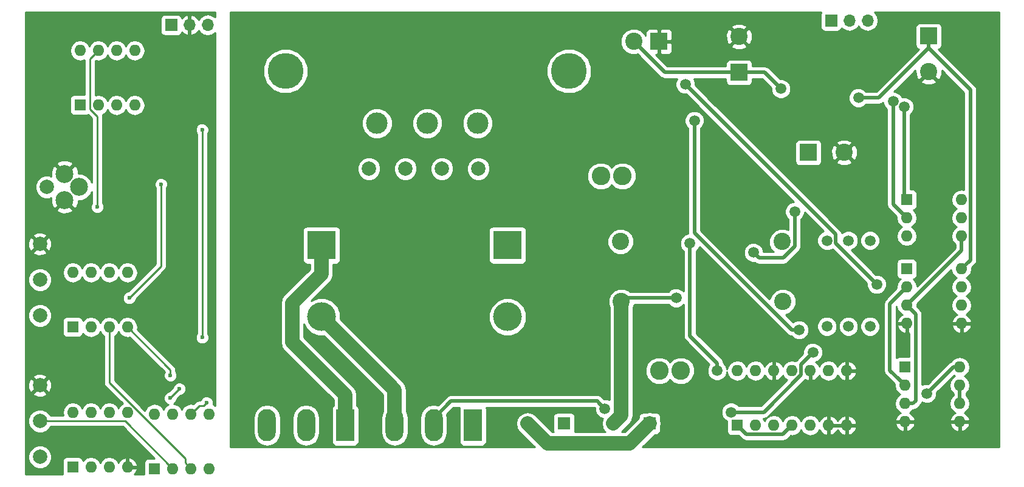
<source format=gbr>
G04 #@! TF.FileFunction,Copper,L2,Bot,Signal*
%FSLAX46Y46*%
G04 Gerber Fmt 4.6, Leading zero omitted, Abs format (unit mm)*
G04 Created by KiCad (PCBNEW 4.0.7) date 01/06/18 02:03:07*
%MOMM*%
%LPD*%
G01*
G04 APERTURE LIST*
%ADD10C,0.100000*%
%ADD11C,2.000000*%
%ADD12R,2.400000X2.400000*%
%ADD13C,2.400000*%
%ADD14R,1.800000X1.800000*%
%ADD15O,1.800000X1.800000*%
%ADD16C,3.000000*%
%ADD17C,5.000000*%
%ADD18C,2.500000*%
%ADD19C,2.600000*%
%ADD20R,2.500000X4.500000*%
%ADD21O,2.500000X4.500000*%
%ADD22R,1.600000X1.600000*%
%ADD23O,1.600000X1.600000*%
%ADD24C,1.500000*%
%ADD25R,4.000000X4.000000*%
%ADD26C,4.000000*%
%ADD27R,1.700000X1.700000*%
%ADD28O,1.700000X1.700000*%
%ADD29C,0.600000*%
%ADD30C,0.250000*%
%ADD31C,0.500000*%
%ADD32C,2.000000*%
%ADD33C,0.254000*%
G04 APERTURE END LIST*
D10*
D11*
X83439000Y-104140000D03*
X83439000Y-109140000D03*
X83439000Y-99140000D03*
D12*
X180848000Y-75184000D03*
D13*
X180848000Y-70184000D03*
D12*
X207264000Y-70104000D03*
D13*
X207264000Y-75104000D03*
D12*
X190500000Y-86360000D03*
D13*
X195500000Y-86360000D03*
D11*
X139446000Y-88646000D03*
X134366000Y-88646000D03*
X129286000Y-88646000D03*
X144526000Y-88646000D03*
D14*
X156464000Y-124206000D03*
D15*
X151384000Y-124206000D03*
D14*
X168402000Y-124206000D03*
D15*
X163322000Y-124206000D03*
D13*
X166172000Y-70866000D03*
D12*
X169672000Y-70866000D03*
D16*
X137414000Y-82296000D03*
X144414000Y-82296000D03*
X130414000Y-82296000D03*
D17*
X157164000Y-74996000D03*
X117664000Y-74996000D03*
D11*
X84399000Y-91186000D03*
D18*
X88899000Y-91186000D03*
X86899000Y-89336000D03*
X86899000Y-93036000D03*
D19*
X172720000Y-116840000D03*
X169720000Y-116840000D03*
X164592000Y-89662000D03*
X161592000Y-89662000D03*
D20*
X125984000Y-124460000D03*
D21*
X120534000Y-124460000D03*
X115084000Y-124460000D03*
D20*
X143764000Y-124460000D03*
D21*
X138314000Y-124460000D03*
X132864000Y-124460000D03*
D11*
X83439000Y-123872000D03*
X83439000Y-128872000D03*
X83439000Y-118872000D03*
D22*
X180594000Y-124460000D03*
D23*
X195834000Y-116840000D03*
X183134000Y-124460000D03*
X193294000Y-116840000D03*
X185674000Y-124460000D03*
X190754000Y-116840000D03*
X188214000Y-124460000D03*
X188214000Y-116840000D03*
X190754000Y-124460000D03*
X185674000Y-116840000D03*
X193294000Y-124460000D03*
X183134000Y-116840000D03*
X195834000Y-124460000D03*
X180594000Y-116840000D03*
D22*
X204216000Y-102616000D03*
D23*
X211836000Y-110236000D03*
X204216000Y-105156000D03*
X211836000Y-107696000D03*
X204216000Y-107696000D03*
X211836000Y-105156000D03*
X204216000Y-110236000D03*
X211836000Y-102616000D03*
D22*
X203962000Y-116332000D03*
D23*
X211582000Y-123952000D03*
X203962000Y-118872000D03*
X211582000Y-121412000D03*
X203962000Y-121412000D03*
X211582000Y-118872000D03*
X203962000Y-123952000D03*
X211582000Y-116332000D03*
D22*
X89027000Y-79756000D03*
D23*
X96647000Y-72136000D03*
X91567000Y-79756000D03*
X94107000Y-72136000D03*
X94107000Y-79756000D03*
X91567000Y-72136000D03*
X96647000Y-79756000D03*
X89027000Y-72136000D03*
D22*
X88011000Y-110744000D03*
D23*
X95631000Y-103124000D03*
X90551000Y-110744000D03*
X93091000Y-103124000D03*
X93091000Y-110744000D03*
X90551000Y-103124000D03*
X95631000Y-110744000D03*
X88011000Y-103124000D03*
D22*
X99408000Y-130500999D03*
D23*
X107028000Y-122880999D03*
X101948000Y-130500999D03*
X104488000Y-122880999D03*
X104488000Y-130500999D03*
X101948000Y-122880999D03*
X107028000Y-130500999D03*
X99408000Y-122880999D03*
D22*
X88011000Y-130302000D03*
D23*
X95631000Y-122682000D03*
X90551000Y-130302000D03*
X93091000Y-122682000D03*
X93091000Y-130302000D03*
X90551000Y-122682000D03*
X95631000Y-130302000D03*
X88011000Y-122682000D03*
D22*
X204216000Y-92964000D03*
D23*
X211836000Y-98044000D03*
X204216000Y-95504000D03*
X211836000Y-95504000D03*
X204216000Y-98044000D03*
X211836000Y-92964000D03*
D24*
X193088000Y-110648000D03*
X196088000Y-110648000D03*
X193088000Y-98648000D03*
X196088000Y-98648000D03*
X199088000Y-110648000D03*
X199088000Y-98648000D03*
D13*
X164338000Y-98806000D03*
X186838000Y-98806000D03*
X186944000Y-107188000D03*
X164444000Y-107188000D03*
D25*
X148590000Y-99314000D03*
D26*
X148590000Y-109314000D03*
D25*
X122682000Y-99314000D03*
D26*
X122682000Y-109314000D03*
D27*
X101727000Y-68580000D03*
D28*
X104267000Y-68580000D03*
X106807000Y-68580000D03*
D27*
X193675000Y-67945000D03*
D28*
X196215000Y-67945000D03*
X198755000Y-67945000D03*
D29*
X85888324Y-81992776D03*
D24*
X202314463Y-79249732D03*
D29*
X101600000Y-86995000D03*
X97150022Y-115169629D03*
X97790000Y-118745000D03*
X103203210Y-115903211D03*
X97790000Y-107950000D03*
X100330000Y-113665000D03*
X95250000Y-94615000D03*
X97155000Y-86360000D03*
X90170000Y-115570000D03*
D24*
X186690000Y-77470000D03*
X187325000Y-74295000D03*
X167640000Y-79375000D03*
X211455000Y-71755000D03*
X213995000Y-113665000D03*
X207010000Y-120015000D03*
X197485000Y-78740000D03*
X173990000Y-99060000D03*
X177800000Y-116840000D03*
X172085000Y-106680000D03*
D29*
X91440000Y-93980000D03*
X100330000Y-90805000D03*
X95885000Y-106680000D03*
X101615710Y-117490710D03*
X106045000Y-112177522D03*
X106045000Y-83185000D03*
D24*
X188595000Y-94615000D03*
X182880000Y-100330000D03*
X179741725Y-122610923D03*
X162138536Y-122133536D03*
X191135000Y-114300000D03*
X173355000Y-76835000D03*
X200025000Y-104775000D03*
D29*
X102870000Y-119380000D03*
X101600000Y-120650000D03*
X106680000Y-121285000D03*
D24*
X174625000Y-81915000D03*
X189230000Y-111125000D03*
X203835000Y-80010000D03*
D30*
X104488000Y-130500999D02*
X103688001Y-129701000D01*
X103688001Y-129073999D02*
X93091000Y-118476998D01*
X103688001Y-129701000D02*
X103688001Y-129073999D01*
X93091000Y-118476998D02*
X93091000Y-111875370D01*
X93091000Y-111875370D02*
X93091000Y-110744000D01*
D31*
X202314463Y-80310392D02*
X202314463Y-79249732D01*
X202314463Y-93602463D02*
X202314463Y-80310392D01*
X204216000Y-95504000D02*
X202314463Y-93602463D01*
D30*
X97450021Y-115469628D02*
X97150022Y-115169629D01*
X97790000Y-118745000D02*
X97790000Y-115809607D01*
X97790000Y-115809607D02*
X97450021Y-115469628D01*
X102903211Y-115603212D02*
X103203210Y-115903211D01*
X100964999Y-113665000D02*
X102903211Y-115603212D01*
X100330000Y-113665000D02*
X100964999Y-113665000D01*
D31*
X180848000Y-75184000D02*
X170490000Y-75184000D01*
X170490000Y-75184000D02*
X166172000Y-70866000D01*
X186690000Y-77470000D02*
X184404000Y-75184000D01*
X184404000Y-75184000D02*
X180848000Y-75184000D01*
X207010000Y-120015000D02*
X210693000Y-116332000D01*
X210693000Y-116332000D02*
X211582000Y-116332000D01*
X211836000Y-102616000D02*
X213086001Y-101365999D01*
X207264000Y-71804000D02*
X207264000Y-70104000D01*
X213086001Y-101365999D02*
X213086001Y-77626001D01*
X213086001Y-77626001D02*
X207264000Y-71804000D01*
X207264000Y-71804000D02*
X200328000Y-78740000D01*
X200328000Y-78740000D02*
X197485000Y-78740000D01*
X177800000Y-116840000D02*
X177800000Y-115779340D01*
X177800000Y-115779340D02*
X173990000Y-111969340D01*
X173990000Y-111969340D02*
X173990000Y-99060000D01*
D32*
X125984000Y-124460000D02*
X125984000Y-120210000D01*
X125984000Y-120210000D02*
X118615071Y-112841071D01*
X118615071Y-112841071D02*
X118615071Y-107380929D01*
X118615071Y-107380929D02*
X122682000Y-103314000D01*
X122682000Y-103314000D02*
X122682000Y-99314000D01*
D31*
X172085000Y-106680000D02*
X164952000Y-106680000D01*
X164952000Y-106680000D02*
X164444000Y-107188000D01*
D32*
X132864000Y-124460000D02*
X132864000Y-119496000D01*
X132864000Y-119496000D02*
X122682000Y-109314000D01*
X164444000Y-107188000D02*
X164444000Y-123084000D01*
X164444000Y-123084000D02*
X163322000Y-124206000D01*
D30*
X91440000Y-93980000D02*
X91440000Y-81294002D01*
X91440000Y-81294002D02*
X90441999Y-80296001D01*
X90441999Y-80296001D02*
X90441999Y-73261001D01*
X90441999Y-73261001D02*
X90767001Y-72935999D01*
X90767001Y-72935999D02*
X91567000Y-72136000D01*
X95885000Y-106680000D02*
X100330000Y-102235000D01*
X100330000Y-102235000D02*
X100330000Y-90805000D01*
X101615710Y-116728710D02*
X101615710Y-117066446D01*
X101615710Y-117066446D02*
X101615710Y-117490710D01*
X95631000Y-110744000D02*
X101615710Y-116728710D01*
D32*
X168402000Y-124206000D02*
X165608000Y-127000000D01*
X152283999Y-125105999D02*
X151384000Y-124206000D01*
X165608000Y-127000000D02*
X154178000Y-127000000D01*
X154178000Y-127000000D02*
X152283999Y-125105999D01*
D30*
X106045000Y-83185000D02*
X106045000Y-112177522D01*
D31*
X182880000Y-100330000D02*
X183629999Y-101079999D01*
X183629999Y-101079999D02*
X187006003Y-101079999D01*
X187006003Y-101079999D02*
X188595000Y-99491002D01*
X188595000Y-99491002D02*
X188595000Y-94615000D01*
X189464001Y-115970999D02*
X189464001Y-117440001D01*
X191135000Y-114300000D02*
X189464001Y-115970999D01*
X189464001Y-117440001D02*
X184293079Y-122610923D01*
X180802385Y-122610923D02*
X179741725Y-122610923D01*
X184293079Y-122610923D02*
X180802385Y-122610923D01*
X161388537Y-121383537D02*
X162138536Y-122133536D01*
X161071037Y-121066037D02*
X161388537Y-121383537D01*
X140707963Y-121066037D02*
X161071037Y-121066037D01*
X138314000Y-123460000D02*
X140707963Y-121066037D01*
X138314000Y-124460000D02*
X138314000Y-123460000D01*
X203962000Y-121412000D02*
X205093370Y-121412000D01*
X205093370Y-121412000D02*
X205466001Y-121039369D01*
X205466001Y-121039369D02*
X205466001Y-108946001D01*
X205466001Y-108946001D02*
X205015999Y-108495999D01*
X205015999Y-108495999D02*
X204216000Y-107696000D01*
X200025000Y-104775000D02*
X194288001Y-99038001D01*
X194288001Y-99038001D02*
X194288001Y-97768001D01*
X194288001Y-97768001D02*
X173355000Y-76835000D01*
X204216000Y-107696000D02*
X211836000Y-100076000D01*
X211836000Y-100076000D02*
X211836000Y-98044000D01*
D30*
X101600000Y-120650000D02*
X102870000Y-119380000D01*
X104488000Y-122880999D02*
X105613001Y-121755998D01*
X105613001Y-121755998D02*
X106209002Y-121755998D01*
X106209002Y-121755998D02*
X106680000Y-121285000D01*
X101948000Y-130500999D02*
X95319001Y-123872000D01*
X95319001Y-123872000D02*
X83439000Y-123872000D01*
D31*
X188214000Y-124460000D02*
X186944000Y-125730000D01*
X186944000Y-125730000D02*
X181864000Y-125730000D01*
X181864000Y-125730000D02*
X180594000Y-124460000D01*
X201860001Y-107511999D02*
X201860001Y-116770001D01*
X204216000Y-105156000D02*
X201860001Y-107511999D01*
X201860001Y-116770001D02*
X203162001Y-118072001D01*
X203162001Y-118072001D02*
X203962000Y-118872000D01*
X189230000Y-111125000D02*
X188169340Y-111125000D01*
X188169340Y-111125000D02*
X174625000Y-97580660D01*
X174625000Y-97580660D02*
X174625000Y-81915000D01*
X211582000Y-121412000D02*
X211582000Y-118872000D01*
X203835000Y-80010000D02*
X203835000Y-92583000D01*
X203835000Y-92583000D02*
X204216000Y-92964000D01*
D33*
G36*
X107823000Y-67478099D02*
X107375285Y-67178946D01*
X106807000Y-67065907D01*
X106238715Y-67178946D01*
X105756946Y-67500853D01*
X105529298Y-67841553D01*
X105462183Y-67698642D01*
X105033924Y-67308355D01*
X104623890Y-67138524D01*
X104394000Y-67259845D01*
X104394000Y-68453000D01*
X104414000Y-68453000D01*
X104414000Y-68707000D01*
X104394000Y-68707000D01*
X104394000Y-69900155D01*
X104623890Y-70021476D01*
X105033924Y-69851645D01*
X105462183Y-69461358D01*
X105529298Y-69318447D01*
X105756946Y-69659147D01*
X106238715Y-69981054D01*
X106807000Y-70094093D01*
X107375285Y-69981054D01*
X107823000Y-69681901D01*
X107823000Y-121691391D01*
X107588671Y-121534816D01*
X107614838Y-121471799D01*
X107615162Y-121099833D01*
X107473117Y-120756057D01*
X107210327Y-120492808D01*
X106866799Y-120350162D01*
X106494833Y-120349838D01*
X106151057Y-120491883D01*
X105887808Y-120754673D01*
X105787601Y-120995998D01*
X105613001Y-120995998D01*
X105322162Y-121053850D01*
X105075600Y-121218597D01*
X104811886Y-121482311D01*
X104488000Y-121417886D01*
X103938849Y-121527119D01*
X103473302Y-121838188D01*
X103218000Y-122220274D01*
X102962698Y-121838188D01*
X102497151Y-121527119D01*
X102111363Y-121450381D01*
X102128943Y-121443117D01*
X102392192Y-121180327D01*
X102534838Y-120836799D01*
X102534879Y-120789923D01*
X103009680Y-120315122D01*
X103055167Y-120315162D01*
X103398943Y-120173117D01*
X103662192Y-119910327D01*
X103804838Y-119566799D01*
X103805162Y-119194833D01*
X103663117Y-118851057D01*
X103400327Y-118587808D01*
X103056799Y-118445162D01*
X102684833Y-118444838D01*
X102341057Y-118586883D01*
X102077808Y-118849673D01*
X101935162Y-119193201D01*
X101935121Y-119240077D01*
X101460320Y-119714878D01*
X101414833Y-119714838D01*
X101071057Y-119856883D01*
X100807808Y-120119673D01*
X100665162Y-120463201D01*
X100664838Y-120835167D01*
X100806883Y-121178943D01*
X101069673Y-121442192D01*
X101351075Y-121559041D01*
X100933302Y-121838188D01*
X100678000Y-122220274D01*
X100422698Y-121838188D01*
X99957151Y-121527119D01*
X99408000Y-121417886D01*
X98858849Y-121527119D01*
X98393302Y-121838188D01*
X98082233Y-122303735D01*
X98067352Y-122378548D01*
X93851000Y-118162196D01*
X93851000Y-111956995D01*
X94105698Y-111786811D01*
X94361000Y-111404725D01*
X94616302Y-111786811D01*
X95081849Y-112097880D01*
X95631000Y-112207113D01*
X95954886Y-112142688D01*
X100808573Y-116996375D01*
X100680872Y-117303911D01*
X100680548Y-117675877D01*
X100822593Y-118019653D01*
X101085383Y-118282902D01*
X101428911Y-118425548D01*
X101800877Y-118425872D01*
X102144653Y-118283827D01*
X102407902Y-118021037D01*
X102550548Y-117677509D01*
X102550872Y-117305543D01*
X102408827Y-116961767D01*
X102375710Y-116928592D01*
X102375710Y-116728710D01*
X102317858Y-116437871D01*
X102153111Y-116191309D01*
X97010904Y-111049102D01*
X97066000Y-110772113D01*
X97066000Y-110715887D01*
X96956767Y-110166736D01*
X96645698Y-109701189D01*
X96180151Y-109390120D01*
X95631000Y-109280887D01*
X95081849Y-109390120D01*
X94616302Y-109701189D01*
X94361000Y-110083275D01*
X94105698Y-109701189D01*
X93640151Y-109390120D01*
X93091000Y-109280887D01*
X92541849Y-109390120D01*
X92076302Y-109701189D01*
X91821000Y-110083275D01*
X91565698Y-109701189D01*
X91100151Y-109390120D01*
X90551000Y-109280887D01*
X90001849Y-109390120D01*
X89536302Y-109701189D01*
X89439899Y-109845465D01*
X89414162Y-109708683D01*
X89275090Y-109492559D01*
X89062890Y-109347569D01*
X88811000Y-109296560D01*
X87211000Y-109296560D01*
X86975683Y-109340838D01*
X86759559Y-109479910D01*
X86614569Y-109692110D01*
X86563560Y-109944000D01*
X86563560Y-111544000D01*
X86607838Y-111779317D01*
X86746910Y-111995441D01*
X86959110Y-112140431D01*
X87211000Y-112191440D01*
X88811000Y-112191440D01*
X89046317Y-112147162D01*
X89262441Y-112008090D01*
X89407431Y-111795890D01*
X89438815Y-111640911D01*
X89536302Y-111786811D01*
X90001849Y-112097880D01*
X90551000Y-112207113D01*
X91100151Y-112097880D01*
X91565698Y-111786811D01*
X91821000Y-111404725D01*
X92076302Y-111786811D01*
X92331000Y-111956995D01*
X92331000Y-118476998D01*
X92388852Y-118767837D01*
X92553599Y-119014399D01*
X94961872Y-121422672D01*
X94893577Y-121450959D01*
X94478611Y-121826866D01*
X94375986Y-122043703D01*
X94105698Y-121639189D01*
X93640151Y-121328120D01*
X93091000Y-121218887D01*
X92541849Y-121328120D01*
X92076302Y-121639189D01*
X91821000Y-122021275D01*
X91565698Y-121639189D01*
X91100151Y-121328120D01*
X90551000Y-121218887D01*
X90001849Y-121328120D01*
X89536302Y-121639189D01*
X89281000Y-122021275D01*
X89025698Y-121639189D01*
X88560151Y-121328120D01*
X88011000Y-121218887D01*
X87461849Y-121328120D01*
X86996302Y-121639189D01*
X86685233Y-122104736D01*
X86576000Y-122653887D01*
X86576000Y-122710113D01*
X86655940Y-123112000D01*
X84894047Y-123112000D01*
X84825894Y-122947057D01*
X84366363Y-122486722D01*
X83765648Y-122237284D01*
X83115205Y-122236716D01*
X82514057Y-122485106D01*
X82053722Y-122944637D01*
X81804284Y-123545352D01*
X81803716Y-124195795D01*
X82052106Y-124796943D01*
X82511637Y-125257278D01*
X83112352Y-125506716D01*
X83762795Y-125507284D01*
X84363943Y-125258894D01*
X84824278Y-124799363D01*
X84893773Y-124632000D01*
X95004199Y-124632000D01*
X99425758Y-129053559D01*
X98608000Y-129053559D01*
X98372683Y-129097837D01*
X98156559Y-129236909D01*
X98011569Y-129449109D01*
X97960560Y-129700999D01*
X97960560Y-131300999D01*
X97963759Y-131318000D01*
X96605808Y-131318000D01*
X96783389Y-131157134D01*
X97022914Y-130651041D01*
X96901629Y-130429000D01*
X95758000Y-130429000D01*
X95758000Y-130449000D01*
X95504000Y-130449000D01*
X95504000Y-130429000D01*
X95484000Y-130429000D01*
X95484000Y-130175000D01*
X95504000Y-130175000D01*
X95504000Y-129032085D01*
X95758000Y-129032085D01*
X95758000Y-130175000D01*
X96901629Y-130175000D01*
X97022914Y-129952959D01*
X96783389Y-129446866D01*
X96368423Y-129070959D01*
X95980039Y-128910096D01*
X95758000Y-129032085D01*
X95504000Y-129032085D01*
X95281961Y-128910096D01*
X94893577Y-129070959D01*
X94478611Y-129446866D01*
X94375986Y-129663703D01*
X94105698Y-129259189D01*
X93640151Y-128948120D01*
X93091000Y-128838887D01*
X92541849Y-128948120D01*
X92076302Y-129259189D01*
X91821000Y-129641275D01*
X91565698Y-129259189D01*
X91100151Y-128948120D01*
X90551000Y-128838887D01*
X90001849Y-128948120D01*
X89536302Y-129259189D01*
X89439899Y-129403465D01*
X89414162Y-129266683D01*
X89275090Y-129050559D01*
X89062890Y-128905569D01*
X88811000Y-128854560D01*
X87211000Y-128854560D01*
X86975683Y-128898838D01*
X86759559Y-129037910D01*
X86614569Y-129250110D01*
X86563560Y-129502000D01*
X86563560Y-131102000D01*
X86604203Y-131318000D01*
X81407000Y-131318000D01*
X81407000Y-129195795D01*
X81803716Y-129195795D01*
X82052106Y-129796943D01*
X82511637Y-130257278D01*
X83112352Y-130506716D01*
X83762795Y-130507284D01*
X84363943Y-130258894D01*
X84824278Y-129799363D01*
X85073716Y-129198648D01*
X85074284Y-128548205D01*
X84825894Y-127947057D01*
X84366363Y-127486722D01*
X83765648Y-127237284D01*
X83115205Y-127236716D01*
X82514057Y-127485106D01*
X82053722Y-127944637D01*
X81804284Y-128545352D01*
X81803716Y-129195795D01*
X81407000Y-129195795D01*
X81407000Y-120024532D01*
X82466073Y-120024532D01*
X82564736Y-120291387D01*
X83174461Y-120517908D01*
X83824460Y-120493856D01*
X84313264Y-120291387D01*
X84411927Y-120024532D01*
X83439000Y-119051605D01*
X82466073Y-120024532D01*
X81407000Y-120024532D01*
X81407000Y-118607461D01*
X81793092Y-118607461D01*
X81817144Y-119257460D01*
X82019613Y-119746264D01*
X82286468Y-119844927D01*
X83259395Y-118872000D01*
X83618605Y-118872000D01*
X84591532Y-119844927D01*
X84858387Y-119746264D01*
X85084908Y-119136539D01*
X85060856Y-118486540D01*
X84858387Y-117997736D01*
X84591532Y-117899073D01*
X83618605Y-118872000D01*
X83259395Y-118872000D01*
X82286468Y-117899073D01*
X82019613Y-117997736D01*
X81793092Y-118607461D01*
X81407000Y-118607461D01*
X81407000Y-117719468D01*
X82466073Y-117719468D01*
X83439000Y-118692395D01*
X84411927Y-117719468D01*
X84313264Y-117452613D01*
X83703539Y-117226092D01*
X83053540Y-117250144D01*
X82564736Y-117452613D01*
X82466073Y-117719468D01*
X81407000Y-117719468D01*
X81407000Y-109463795D01*
X81803716Y-109463795D01*
X82052106Y-110064943D01*
X82511637Y-110525278D01*
X83112352Y-110774716D01*
X83762795Y-110775284D01*
X84363943Y-110526894D01*
X84824278Y-110067363D01*
X85073716Y-109466648D01*
X85074284Y-108816205D01*
X84825894Y-108215057D01*
X84366363Y-107754722D01*
X83765648Y-107505284D01*
X83115205Y-107504716D01*
X82514057Y-107753106D01*
X82053722Y-108212637D01*
X81804284Y-108813352D01*
X81803716Y-109463795D01*
X81407000Y-109463795D01*
X81407000Y-106865167D01*
X94949838Y-106865167D01*
X95091883Y-107208943D01*
X95354673Y-107472192D01*
X95698201Y-107614838D01*
X96070167Y-107615162D01*
X96413943Y-107473117D01*
X96677192Y-107210327D01*
X96819838Y-106866799D01*
X96819879Y-106819923D01*
X100867401Y-102772401D01*
X101032148Y-102525840D01*
X101090000Y-102235000D01*
X101090000Y-91367463D01*
X101122192Y-91335327D01*
X101264838Y-90991799D01*
X101265162Y-90619833D01*
X101123117Y-90276057D01*
X100860327Y-90012808D01*
X100516799Y-89870162D01*
X100144833Y-89869838D01*
X99801057Y-90011883D01*
X99537808Y-90274673D01*
X99395162Y-90618201D01*
X99394838Y-90990167D01*
X99536883Y-91333943D01*
X99570000Y-91367118D01*
X99570000Y-101920198D01*
X95745320Y-105744878D01*
X95699833Y-105744838D01*
X95356057Y-105886883D01*
X95092808Y-106149673D01*
X94950162Y-106493201D01*
X94949838Y-106865167D01*
X81407000Y-106865167D01*
X81407000Y-104463795D01*
X81803716Y-104463795D01*
X82052106Y-105064943D01*
X82511637Y-105525278D01*
X83112352Y-105774716D01*
X83762795Y-105775284D01*
X84363943Y-105526894D01*
X84824278Y-105067363D01*
X85073716Y-104466648D01*
X85074284Y-103816205D01*
X84825894Y-103215057D01*
X84706933Y-103095887D01*
X86576000Y-103095887D01*
X86576000Y-103152113D01*
X86685233Y-103701264D01*
X86996302Y-104166811D01*
X87461849Y-104477880D01*
X88011000Y-104587113D01*
X88560151Y-104477880D01*
X89025698Y-104166811D01*
X89281000Y-103784725D01*
X89536302Y-104166811D01*
X90001849Y-104477880D01*
X90551000Y-104587113D01*
X91100151Y-104477880D01*
X91565698Y-104166811D01*
X91821000Y-103784725D01*
X92076302Y-104166811D01*
X92541849Y-104477880D01*
X93091000Y-104587113D01*
X93640151Y-104477880D01*
X94105698Y-104166811D01*
X94361000Y-103784725D01*
X94616302Y-104166811D01*
X95081849Y-104477880D01*
X95631000Y-104587113D01*
X96180151Y-104477880D01*
X96645698Y-104166811D01*
X96956767Y-103701264D01*
X97066000Y-103152113D01*
X97066000Y-103095887D01*
X96956767Y-102546736D01*
X96645698Y-102081189D01*
X96180151Y-101770120D01*
X95631000Y-101660887D01*
X95081849Y-101770120D01*
X94616302Y-102081189D01*
X94361000Y-102463275D01*
X94105698Y-102081189D01*
X93640151Y-101770120D01*
X93091000Y-101660887D01*
X92541849Y-101770120D01*
X92076302Y-102081189D01*
X91821000Y-102463275D01*
X91565698Y-102081189D01*
X91100151Y-101770120D01*
X90551000Y-101660887D01*
X90001849Y-101770120D01*
X89536302Y-102081189D01*
X89281000Y-102463275D01*
X89025698Y-102081189D01*
X88560151Y-101770120D01*
X88011000Y-101660887D01*
X87461849Y-101770120D01*
X86996302Y-102081189D01*
X86685233Y-102546736D01*
X86576000Y-103095887D01*
X84706933Y-103095887D01*
X84366363Y-102754722D01*
X83765648Y-102505284D01*
X83115205Y-102504716D01*
X82514057Y-102753106D01*
X82053722Y-103212637D01*
X81804284Y-103813352D01*
X81803716Y-104463795D01*
X81407000Y-104463795D01*
X81407000Y-100292532D01*
X82466073Y-100292532D01*
X82564736Y-100559387D01*
X83174461Y-100785908D01*
X83824460Y-100761856D01*
X84313264Y-100559387D01*
X84411927Y-100292532D01*
X83439000Y-99319605D01*
X82466073Y-100292532D01*
X81407000Y-100292532D01*
X81407000Y-98875461D01*
X81793092Y-98875461D01*
X81817144Y-99525460D01*
X82019613Y-100014264D01*
X82286468Y-100112927D01*
X83259395Y-99140000D01*
X83618605Y-99140000D01*
X84591532Y-100112927D01*
X84858387Y-100014264D01*
X85084908Y-99404539D01*
X85060856Y-98754540D01*
X84858387Y-98265736D01*
X84591532Y-98167073D01*
X83618605Y-99140000D01*
X83259395Y-99140000D01*
X82286468Y-98167073D01*
X82019613Y-98265736D01*
X81793092Y-98875461D01*
X81407000Y-98875461D01*
X81407000Y-97987468D01*
X82466073Y-97987468D01*
X83439000Y-98960395D01*
X84411927Y-97987468D01*
X84313264Y-97720613D01*
X83703539Y-97494092D01*
X83053540Y-97518144D01*
X82564736Y-97720613D01*
X82466073Y-97987468D01*
X81407000Y-97987468D01*
X81407000Y-94369320D01*
X85745285Y-94369320D01*
X85874533Y-94662123D01*
X86574806Y-94930388D01*
X87324435Y-94910250D01*
X87923467Y-94662123D01*
X88052715Y-94369320D01*
X86899000Y-93215605D01*
X85745285Y-94369320D01*
X81407000Y-94369320D01*
X81407000Y-91509795D01*
X82763716Y-91509795D01*
X83012106Y-92110943D01*
X83471637Y-92571278D01*
X84072352Y-92820716D01*
X84722795Y-92821284D01*
X85007783Y-92703529D01*
X85004612Y-92711806D01*
X85024750Y-93461435D01*
X85272877Y-94060467D01*
X85565680Y-94189715D01*
X86719395Y-93036000D01*
X86705253Y-93021858D01*
X86884858Y-92842253D01*
X86899000Y-92856395D01*
X86913143Y-92842253D01*
X87092748Y-93021858D01*
X87078605Y-93036000D01*
X88232320Y-94189715D01*
X88525123Y-94060467D01*
X88793388Y-93360194D01*
X88785616Y-93070902D01*
X89272305Y-93071326D01*
X89965372Y-92784957D01*
X90496093Y-92255161D01*
X90680000Y-91812264D01*
X90680000Y-93417537D01*
X90647808Y-93449673D01*
X90505162Y-93793201D01*
X90504838Y-94165167D01*
X90646883Y-94508943D01*
X90909673Y-94772192D01*
X91253201Y-94914838D01*
X91625167Y-94915162D01*
X91968943Y-94773117D01*
X92232192Y-94510327D01*
X92374838Y-94166799D01*
X92375162Y-93794833D01*
X92233117Y-93451057D01*
X92200000Y-93417882D01*
X92200000Y-83370167D01*
X105109838Y-83370167D01*
X105251883Y-83713943D01*
X105285000Y-83747118D01*
X105285000Y-111615059D01*
X105252808Y-111647195D01*
X105110162Y-111990723D01*
X105109838Y-112362689D01*
X105251883Y-112706465D01*
X105514673Y-112969714D01*
X105858201Y-113112360D01*
X106230167Y-113112684D01*
X106573943Y-112970639D01*
X106837192Y-112707849D01*
X106979838Y-112364321D01*
X106980162Y-111992355D01*
X106838117Y-111648579D01*
X106805000Y-111615404D01*
X106805000Y-83747463D01*
X106837192Y-83715327D01*
X106979838Y-83371799D01*
X106980162Y-82999833D01*
X106838117Y-82656057D01*
X106575327Y-82392808D01*
X106231799Y-82250162D01*
X105859833Y-82249838D01*
X105516057Y-82391883D01*
X105252808Y-82654673D01*
X105110162Y-82998201D01*
X105109838Y-83370167D01*
X92200000Y-83370167D01*
X92200000Y-81294002D01*
X92157835Y-81082027D01*
X92581698Y-80798811D01*
X92837000Y-80416725D01*
X93092302Y-80798811D01*
X93557849Y-81109880D01*
X94107000Y-81219113D01*
X94656151Y-81109880D01*
X95121698Y-80798811D01*
X95377000Y-80416725D01*
X95632302Y-80798811D01*
X96097849Y-81109880D01*
X96647000Y-81219113D01*
X97196151Y-81109880D01*
X97661698Y-80798811D01*
X97972767Y-80333264D01*
X98082000Y-79784113D01*
X98082000Y-79727887D01*
X97972767Y-79178736D01*
X97661698Y-78713189D01*
X97196151Y-78402120D01*
X96647000Y-78292887D01*
X96097849Y-78402120D01*
X95632302Y-78713189D01*
X95377000Y-79095275D01*
X95121698Y-78713189D01*
X94656151Y-78402120D01*
X94107000Y-78292887D01*
X93557849Y-78402120D01*
X93092302Y-78713189D01*
X92837000Y-79095275D01*
X92581698Y-78713189D01*
X92116151Y-78402120D01*
X91567000Y-78292887D01*
X91201999Y-78365490D01*
X91201999Y-73575803D01*
X91243114Y-73534688D01*
X91567000Y-73599113D01*
X92116151Y-73489880D01*
X92581698Y-73178811D01*
X92837000Y-72796725D01*
X93092302Y-73178811D01*
X93557849Y-73489880D01*
X94107000Y-73599113D01*
X94656151Y-73489880D01*
X95121698Y-73178811D01*
X95377000Y-72796725D01*
X95632302Y-73178811D01*
X96097849Y-73489880D01*
X96647000Y-73599113D01*
X97196151Y-73489880D01*
X97661698Y-73178811D01*
X97972767Y-72713264D01*
X98082000Y-72164113D01*
X98082000Y-72107887D01*
X97972767Y-71558736D01*
X97661698Y-71093189D01*
X97196151Y-70782120D01*
X96647000Y-70672887D01*
X96097849Y-70782120D01*
X95632302Y-71093189D01*
X95377000Y-71475275D01*
X95121698Y-71093189D01*
X94656151Y-70782120D01*
X94107000Y-70672887D01*
X93557849Y-70782120D01*
X93092302Y-71093189D01*
X92837000Y-71475275D01*
X92581698Y-71093189D01*
X92116151Y-70782120D01*
X91567000Y-70672887D01*
X91017849Y-70782120D01*
X90552302Y-71093189D01*
X90297000Y-71475275D01*
X90041698Y-71093189D01*
X89576151Y-70782120D01*
X89027000Y-70672887D01*
X88477849Y-70782120D01*
X88012302Y-71093189D01*
X87701233Y-71558736D01*
X87592000Y-72107887D01*
X87592000Y-72164113D01*
X87701233Y-72713264D01*
X88012302Y-73178811D01*
X88477849Y-73489880D01*
X89027000Y-73599113D01*
X89576151Y-73489880D01*
X89681999Y-73419155D01*
X89681999Y-78308560D01*
X88227000Y-78308560D01*
X87991683Y-78352838D01*
X87775559Y-78491910D01*
X87630569Y-78704110D01*
X87579560Y-78956000D01*
X87579560Y-80556000D01*
X87623838Y-80791317D01*
X87762910Y-81007441D01*
X87975110Y-81152431D01*
X88227000Y-81203440D01*
X89827000Y-81203440D01*
X90062317Y-81159162D01*
X90164564Y-81093368D01*
X90680000Y-81608804D01*
X90680000Y-90560206D01*
X90497957Y-90119628D01*
X89968161Y-89588907D01*
X89275595Y-89301328D01*
X88783736Y-89300899D01*
X88773250Y-88910565D01*
X88525123Y-88311533D01*
X88232320Y-88182285D01*
X87078605Y-89336000D01*
X87092748Y-89350143D01*
X86913143Y-89529748D01*
X86899000Y-89515605D01*
X86884858Y-89529748D01*
X86705253Y-89350143D01*
X86719395Y-89336000D01*
X85565680Y-88182285D01*
X85272877Y-88311533D01*
X85004612Y-89011806D01*
X85022415Y-89674512D01*
X84725648Y-89551284D01*
X84075205Y-89550716D01*
X83474057Y-89799106D01*
X83013722Y-90258637D01*
X82764284Y-90859352D01*
X82763716Y-91509795D01*
X81407000Y-91509795D01*
X81407000Y-88002680D01*
X85745285Y-88002680D01*
X86899000Y-89156395D01*
X88052715Y-88002680D01*
X87923467Y-87709877D01*
X87223194Y-87441612D01*
X86473565Y-87461750D01*
X85874533Y-87709877D01*
X85745285Y-88002680D01*
X81407000Y-88002680D01*
X81407000Y-67730000D01*
X100229560Y-67730000D01*
X100229560Y-69430000D01*
X100273838Y-69665317D01*
X100412910Y-69881441D01*
X100625110Y-70026431D01*
X100877000Y-70077440D01*
X102577000Y-70077440D01*
X102812317Y-70033162D01*
X103028441Y-69894090D01*
X103173431Y-69681890D01*
X103195301Y-69573893D01*
X103500076Y-69851645D01*
X103910110Y-70021476D01*
X104140000Y-69900155D01*
X104140000Y-68707000D01*
X104120000Y-68707000D01*
X104120000Y-68453000D01*
X104140000Y-68453000D01*
X104140000Y-67259845D01*
X103910110Y-67138524D01*
X103500076Y-67308355D01*
X103197063Y-67584501D01*
X103180162Y-67494683D01*
X103041090Y-67278559D01*
X102828890Y-67133569D01*
X102577000Y-67082560D01*
X100877000Y-67082560D01*
X100641683Y-67126838D01*
X100425559Y-67265910D01*
X100280569Y-67478110D01*
X100229560Y-67730000D01*
X81407000Y-67730000D01*
X81407000Y-66802000D01*
X107823000Y-66802000D01*
X107823000Y-67478099D01*
X107823000Y-67478099D01*
G37*
X107823000Y-67478099D02*
X107375285Y-67178946D01*
X106807000Y-67065907D01*
X106238715Y-67178946D01*
X105756946Y-67500853D01*
X105529298Y-67841553D01*
X105462183Y-67698642D01*
X105033924Y-67308355D01*
X104623890Y-67138524D01*
X104394000Y-67259845D01*
X104394000Y-68453000D01*
X104414000Y-68453000D01*
X104414000Y-68707000D01*
X104394000Y-68707000D01*
X104394000Y-69900155D01*
X104623890Y-70021476D01*
X105033924Y-69851645D01*
X105462183Y-69461358D01*
X105529298Y-69318447D01*
X105756946Y-69659147D01*
X106238715Y-69981054D01*
X106807000Y-70094093D01*
X107375285Y-69981054D01*
X107823000Y-69681901D01*
X107823000Y-121691391D01*
X107588671Y-121534816D01*
X107614838Y-121471799D01*
X107615162Y-121099833D01*
X107473117Y-120756057D01*
X107210327Y-120492808D01*
X106866799Y-120350162D01*
X106494833Y-120349838D01*
X106151057Y-120491883D01*
X105887808Y-120754673D01*
X105787601Y-120995998D01*
X105613001Y-120995998D01*
X105322162Y-121053850D01*
X105075600Y-121218597D01*
X104811886Y-121482311D01*
X104488000Y-121417886D01*
X103938849Y-121527119D01*
X103473302Y-121838188D01*
X103218000Y-122220274D01*
X102962698Y-121838188D01*
X102497151Y-121527119D01*
X102111363Y-121450381D01*
X102128943Y-121443117D01*
X102392192Y-121180327D01*
X102534838Y-120836799D01*
X102534879Y-120789923D01*
X103009680Y-120315122D01*
X103055167Y-120315162D01*
X103398943Y-120173117D01*
X103662192Y-119910327D01*
X103804838Y-119566799D01*
X103805162Y-119194833D01*
X103663117Y-118851057D01*
X103400327Y-118587808D01*
X103056799Y-118445162D01*
X102684833Y-118444838D01*
X102341057Y-118586883D01*
X102077808Y-118849673D01*
X101935162Y-119193201D01*
X101935121Y-119240077D01*
X101460320Y-119714878D01*
X101414833Y-119714838D01*
X101071057Y-119856883D01*
X100807808Y-120119673D01*
X100665162Y-120463201D01*
X100664838Y-120835167D01*
X100806883Y-121178943D01*
X101069673Y-121442192D01*
X101351075Y-121559041D01*
X100933302Y-121838188D01*
X100678000Y-122220274D01*
X100422698Y-121838188D01*
X99957151Y-121527119D01*
X99408000Y-121417886D01*
X98858849Y-121527119D01*
X98393302Y-121838188D01*
X98082233Y-122303735D01*
X98067352Y-122378548D01*
X93851000Y-118162196D01*
X93851000Y-111956995D01*
X94105698Y-111786811D01*
X94361000Y-111404725D01*
X94616302Y-111786811D01*
X95081849Y-112097880D01*
X95631000Y-112207113D01*
X95954886Y-112142688D01*
X100808573Y-116996375D01*
X100680872Y-117303911D01*
X100680548Y-117675877D01*
X100822593Y-118019653D01*
X101085383Y-118282902D01*
X101428911Y-118425548D01*
X101800877Y-118425872D01*
X102144653Y-118283827D01*
X102407902Y-118021037D01*
X102550548Y-117677509D01*
X102550872Y-117305543D01*
X102408827Y-116961767D01*
X102375710Y-116928592D01*
X102375710Y-116728710D01*
X102317858Y-116437871D01*
X102153111Y-116191309D01*
X97010904Y-111049102D01*
X97066000Y-110772113D01*
X97066000Y-110715887D01*
X96956767Y-110166736D01*
X96645698Y-109701189D01*
X96180151Y-109390120D01*
X95631000Y-109280887D01*
X95081849Y-109390120D01*
X94616302Y-109701189D01*
X94361000Y-110083275D01*
X94105698Y-109701189D01*
X93640151Y-109390120D01*
X93091000Y-109280887D01*
X92541849Y-109390120D01*
X92076302Y-109701189D01*
X91821000Y-110083275D01*
X91565698Y-109701189D01*
X91100151Y-109390120D01*
X90551000Y-109280887D01*
X90001849Y-109390120D01*
X89536302Y-109701189D01*
X89439899Y-109845465D01*
X89414162Y-109708683D01*
X89275090Y-109492559D01*
X89062890Y-109347569D01*
X88811000Y-109296560D01*
X87211000Y-109296560D01*
X86975683Y-109340838D01*
X86759559Y-109479910D01*
X86614569Y-109692110D01*
X86563560Y-109944000D01*
X86563560Y-111544000D01*
X86607838Y-111779317D01*
X86746910Y-111995441D01*
X86959110Y-112140431D01*
X87211000Y-112191440D01*
X88811000Y-112191440D01*
X89046317Y-112147162D01*
X89262441Y-112008090D01*
X89407431Y-111795890D01*
X89438815Y-111640911D01*
X89536302Y-111786811D01*
X90001849Y-112097880D01*
X90551000Y-112207113D01*
X91100151Y-112097880D01*
X91565698Y-111786811D01*
X91821000Y-111404725D01*
X92076302Y-111786811D01*
X92331000Y-111956995D01*
X92331000Y-118476998D01*
X92388852Y-118767837D01*
X92553599Y-119014399D01*
X94961872Y-121422672D01*
X94893577Y-121450959D01*
X94478611Y-121826866D01*
X94375986Y-122043703D01*
X94105698Y-121639189D01*
X93640151Y-121328120D01*
X93091000Y-121218887D01*
X92541849Y-121328120D01*
X92076302Y-121639189D01*
X91821000Y-122021275D01*
X91565698Y-121639189D01*
X91100151Y-121328120D01*
X90551000Y-121218887D01*
X90001849Y-121328120D01*
X89536302Y-121639189D01*
X89281000Y-122021275D01*
X89025698Y-121639189D01*
X88560151Y-121328120D01*
X88011000Y-121218887D01*
X87461849Y-121328120D01*
X86996302Y-121639189D01*
X86685233Y-122104736D01*
X86576000Y-122653887D01*
X86576000Y-122710113D01*
X86655940Y-123112000D01*
X84894047Y-123112000D01*
X84825894Y-122947057D01*
X84366363Y-122486722D01*
X83765648Y-122237284D01*
X83115205Y-122236716D01*
X82514057Y-122485106D01*
X82053722Y-122944637D01*
X81804284Y-123545352D01*
X81803716Y-124195795D01*
X82052106Y-124796943D01*
X82511637Y-125257278D01*
X83112352Y-125506716D01*
X83762795Y-125507284D01*
X84363943Y-125258894D01*
X84824278Y-124799363D01*
X84893773Y-124632000D01*
X95004199Y-124632000D01*
X99425758Y-129053559D01*
X98608000Y-129053559D01*
X98372683Y-129097837D01*
X98156559Y-129236909D01*
X98011569Y-129449109D01*
X97960560Y-129700999D01*
X97960560Y-131300999D01*
X97963759Y-131318000D01*
X96605808Y-131318000D01*
X96783389Y-131157134D01*
X97022914Y-130651041D01*
X96901629Y-130429000D01*
X95758000Y-130429000D01*
X95758000Y-130449000D01*
X95504000Y-130449000D01*
X95504000Y-130429000D01*
X95484000Y-130429000D01*
X95484000Y-130175000D01*
X95504000Y-130175000D01*
X95504000Y-129032085D01*
X95758000Y-129032085D01*
X95758000Y-130175000D01*
X96901629Y-130175000D01*
X97022914Y-129952959D01*
X96783389Y-129446866D01*
X96368423Y-129070959D01*
X95980039Y-128910096D01*
X95758000Y-129032085D01*
X95504000Y-129032085D01*
X95281961Y-128910096D01*
X94893577Y-129070959D01*
X94478611Y-129446866D01*
X94375986Y-129663703D01*
X94105698Y-129259189D01*
X93640151Y-128948120D01*
X93091000Y-128838887D01*
X92541849Y-128948120D01*
X92076302Y-129259189D01*
X91821000Y-129641275D01*
X91565698Y-129259189D01*
X91100151Y-128948120D01*
X90551000Y-128838887D01*
X90001849Y-128948120D01*
X89536302Y-129259189D01*
X89439899Y-129403465D01*
X89414162Y-129266683D01*
X89275090Y-129050559D01*
X89062890Y-128905569D01*
X88811000Y-128854560D01*
X87211000Y-128854560D01*
X86975683Y-128898838D01*
X86759559Y-129037910D01*
X86614569Y-129250110D01*
X86563560Y-129502000D01*
X86563560Y-131102000D01*
X86604203Y-131318000D01*
X81407000Y-131318000D01*
X81407000Y-129195795D01*
X81803716Y-129195795D01*
X82052106Y-129796943D01*
X82511637Y-130257278D01*
X83112352Y-130506716D01*
X83762795Y-130507284D01*
X84363943Y-130258894D01*
X84824278Y-129799363D01*
X85073716Y-129198648D01*
X85074284Y-128548205D01*
X84825894Y-127947057D01*
X84366363Y-127486722D01*
X83765648Y-127237284D01*
X83115205Y-127236716D01*
X82514057Y-127485106D01*
X82053722Y-127944637D01*
X81804284Y-128545352D01*
X81803716Y-129195795D01*
X81407000Y-129195795D01*
X81407000Y-120024532D01*
X82466073Y-120024532D01*
X82564736Y-120291387D01*
X83174461Y-120517908D01*
X83824460Y-120493856D01*
X84313264Y-120291387D01*
X84411927Y-120024532D01*
X83439000Y-119051605D01*
X82466073Y-120024532D01*
X81407000Y-120024532D01*
X81407000Y-118607461D01*
X81793092Y-118607461D01*
X81817144Y-119257460D01*
X82019613Y-119746264D01*
X82286468Y-119844927D01*
X83259395Y-118872000D01*
X83618605Y-118872000D01*
X84591532Y-119844927D01*
X84858387Y-119746264D01*
X85084908Y-119136539D01*
X85060856Y-118486540D01*
X84858387Y-117997736D01*
X84591532Y-117899073D01*
X83618605Y-118872000D01*
X83259395Y-118872000D01*
X82286468Y-117899073D01*
X82019613Y-117997736D01*
X81793092Y-118607461D01*
X81407000Y-118607461D01*
X81407000Y-117719468D01*
X82466073Y-117719468D01*
X83439000Y-118692395D01*
X84411927Y-117719468D01*
X84313264Y-117452613D01*
X83703539Y-117226092D01*
X83053540Y-117250144D01*
X82564736Y-117452613D01*
X82466073Y-117719468D01*
X81407000Y-117719468D01*
X81407000Y-109463795D01*
X81803716Y-109463795D01*
X82052106Y-110064943D01*
X82511637Y-110525278D01*
X83112352Y-110774716D01*
X83762795Y-110775284D01*
X84363943Y-110526894D01*
X84824278Y-110067363D01*
X85073716Y-109466648D01*
X85074284Y-108816205D01*
X84825894Y-108215057D01*
X84366363Y-107754722D01*
X83765648Y-107505284D01*
X83115205Y-107504716D01*
X82514057Y-107753106D01*
X82053722Y-108212637D01*
X81804284Y-108813352D01*
X81803716Y-109463795D01*
X81407000Y-109463795D01*
X81407000Y-106865167D01*
X94949838Y-106865167D01*
X95091883Y-107208943D01*
X95354673Y-107472192D01*
X95698201Y-107614838D01*
X96070167Y-107615162D01*
X96413943Y-107473117D01*
X96677192Y-107210327D01*
X96819838Y-106866799D01*
X96819879Y-106819923D01*
X100867401Y-102772401D01*
X101032148Y-102525840D01*
X101090000Y-102235000D01*
X101090000Y-91367463D01*
X101122192Y-91335327D01*
X101264838Y-90991799D01*
X101265162Y-90619833D01*
X101123117Y-90276057D01*
X100860327Y-90012808D01*
X100516799Y-89870162D01*
X100144833Y-89869838D01*
X99801057Y-90011883D01*
X99537808Y-90274673D01*
X99395162Y-90618201D01*
X99394838Y-90990167D01*
X99536883Y-91333943D01*
X99570000Y-91367118D01*
X99570000Y-101920198D01*
X95745320Y-105744878D01*
X95699833Y-105744838D01*
X95356057Y-105886883D01*
X95092808Y-106149673D01*
X94950162Y-106493201D01*
X94949838Y-106865167D01*
X81407000Y-106865167D01*
X81407000Y-104463795D01*
X81803716Y-104463795D01*
X82052106Y-105064943D01*
X82511637Y-105525278D01*
X83112352Y-105774716D01*
X83762795Y-105775284D01*
X84363943Y-105526894D01*
X84824278Y-105067363D01*
X85073716Y-104466648D01*
X85074284Y-103816205D01*
X84825894Y-103215057D01*
X84706933Y-103095887D01*
X86576000Y-103095887D01*
X86576000Y-103152113D01*
X86685233Y-103701264D01*
X86996302Y-104166811D01*
X87461849Y-104477880D01*
X88011000Y-104587113D01*
X88560151Y-104477880D01*
X89025698Y-104166811D01*
X89281000Y-103784725D01*
X89536302Y-104166811D01*
X90001849Y-104477880D01*
X90551000Y-104587113D01*
X91100151Y-104477880D01*
X91565698Y-104166811D01*
X91821000Y-103784725D01*
X92076302Y-104166811D01*
X92541849Y-104477880D01*
X93091000Y-104587113D01*
X93640151Y-104477880D01*
X94105698Y-104166811D01*
X94361000Y-103784725D01*
X94616302Y-104166811D01*
X95081849Y-104477880D01*
X95631000Y-104587113D01*
X96180151Y-104477880D01*
X96645698Y-104166811D01*
X96956767Y-103701264D01*
X97066000Y-103152113D01*
X97066000Y-103095887D01*
X96956767Y-102546736D01*
X96645698Y-102081189D01*
X96180151Y-101770120D01*
X95631000Y-101660887D01*
X95081849Y-101770120D01*
X94616302Y-102081189D01*
X94361000Y-102463275D01*
X94105698Y-102081189D01*
X93640151Y-101770120D01*
X93091000Y-101660887D01*
X92541849Y-101770120D01*
X92076302Y-102081189D01*
X91821000Y-102463275D01*
X91565698Y-102081189D01*
X91100151Y-101770120D01*
X90551000Y-101660887D01*
X90001849Y-101770120D01*
X89536302Y-102081189D01*
X89281000Y-102463275D01*
X89025698Y-102081189D01*
X88560151Y-101770120D01*
X88011000Y-101660887D01*
X87461849Y-101770120D01*
X86996302Y-102081189D01*
X86685233Y-102546736D01*
X86576000Y-103095887D01*
X84706933Y-103095887D01*
X84366363Y-102754722D01*
X83765648Y-102505284D01*
X83115205Y-102504716D01*
X82514057Y-102753106D01*
X82053722Y-103212637D01*
X81804284Y-103813352D01*
X81803716Y-104463795D01*
X81407000Y-104463795D01*
X81407000Y-100292532D01*
X82466073Y-100292532D01*
X82564736Y-100559387D01*
X83174461Y-100785908D01*
X83824460Y-100761856D01*
X84313264Y-100559387D01*
X84411927Y-100292532D01*
X83439000Y-99319605D01*
X82466073Y-100292532D01*
X81407000Y-100292532D01*
X81407000Y-98875461D01*
X81793092Y-98875461D01*
X81817144Y-99525460D01*
X82019613Y-100014264D01*
X82286468Y-100112927D01*
X83259395Y-99140000D01*
X83618605Y-99140000D01*
X84591532Y-100112927D01*
X84858387Y-100014264D01*
X85084908Y-99404539D01*
X85060856Y-98754540D01*
X84858387Y-98265736D01*
X84591532Y-98167073D01*
X83618605Y-99140000D01*
X83259395Y-99140000D01*
X82286468Y-98167073D01*
X82019613Y-98265736D01*
X81793092Y-98875461D01*
X81407000Y-98875461D01*
X81407000Y-97987468D01*
X82466073Y-97987468D01*
X83439000Y-98960395D01*
X84411927Y-97987468D01*
X84313264Y-97720613D01*
X83703539Y-97494092D01*
X83053540Y-97518144D01*
X82564736Y-97720613D01*
X82466073Y-97987468D01*
X81407000Y-97987468D01*
X81407000Y-94369320D01*
X85745285Y-94369320D01*
X85874533Y-94662123D01*
X86574806Y-94930388D01*
X87324435Y-94910250D01*
X87923467Y-94662123D01*
X88052715Y-94369320D01*
X86899000Y-93215605D01*
X85745285Y-94369320D01*
X81407000Y-94369320D01*
X81407000Y-91509795D01*
X82763716Y-91509795D01*
X83012106Y-92110943D01*
X83471637Y-92571278D01*
X84072352Y-92820716D01*
X84722795Y-92821284D01*
X85007783Y-92703529D01*
X85004612Y-92711806D01*
X85024750Y-93461435D01*
X85272877Y-94060467D01*
X85565680Y-94189715D01*
X86719395Y-93036000D01*
X86705253Y-93021858D01*
X86884858Y-92842253D01*
X86899000Y-92856395D01*
X86913143Y-92842253D01*
X87092748Y-93021858D01*
X87078605Y-93036000D01*
X88232320Y-94189715D01*
X88525123Y-94060467D01*
X88793388Y-93360194D01*
X88785616Y-93070902D01*
X89272305Y-93071326D01*
X89965372Y-92784957D01*
X90496093Y-92255161D01*
X90680000Y-91812264D01*
X90680000Y-93417537D01*
X90647808Y-93449673D01*
X90505162Y-93793201D01*
X90504838Y-94165167D01*
X90646883Y-94508943D01*
X90909673Y-94772192D01*
X91253201Y-94914838D01*
X91625167Y-94915162D01*
X91968943Y-94773117D01*
X92232192Y-94510327D01*
X92374838Y-94166799D01*
X92375162Y-93794833D01*
X92233117Y-93451057D01*
X92200000Y-93417882D01*
X92200000Y-83370167D01*
X105109838Y-83370167D01*
X105251883Y-83713943D01*
X105285000Y-83747118D01*
X105285000Y-111615059D01*
X105252808Y-111647195D01*
X105110162Y-111990723D01*
X105109838Y-112362689D01*
X105251883Y-112706465D01*
X105514673Y-112969714D01*
X105858201Y-113112360D01*
X106230167Y-113112684D01*
X106573943Y-112970639D01*
X106837192Y-112707849D01*
X106979838Y-112364321D01*
X106980162Y-111992355D01*
X106838117Y-111648579D01*
X106805000Y-111615404D01*
X106805000Y-83747463D01*
X106837192Y-83715327D01*
X106979838Y-83371799D01*
X106980162Y-82999833D01*
X106838117Y-82656057D01*
X106575327Y-82392808D01*
X106231799Y-82250162D01*
X105859833Y-82249838D01*
X105516057Y-82391883D01*
X105252808Y-82654673D01*
X105110162Y-82998201D01*
X105109838Y-83370167D01*
X92200000Y-83370167D01*
X92200000Y-81294002D01*
X92157835Y-81082027D01*
X92581698Y-80798811D01*
X92837000Y-80416725D01*
X93092302Y-80798811D01*
X93557849Y-81109880D01*
X94107000Y-81219113D01*
X94656151Y-81109880D01*
X95121698Y-80798811D01*
X95377000Y-80416725D01*
X95632302Y-80798811D01*
X96097849Y-81109880D01*
X96647000Y-81219113D01*
X97196151Y-81109880D01*
X97661698Y-80798811D01*
X97972767Y-80333264D01*
X98082000Y-79784113D01*
X98082000Y-79727887D01*
X97972767Y-79178736D01*
X97661698Y-78713189D01*
X97196151Y-78402120D01*
X96647000Y-78292887D01*
X96097849Y-78402120D01*
X95632302Y-78713189D01*
X95377000Y-79095275D01*
X95121698Y-78713189D01*
X94656151Y-78402120D01*
X94107000Y-78292887D01*
X93557849Y-78402120D01*
X93092302Y-78713189D01*
X92837000Y-79095275D01*
X92581698Y-78713189D01*
X92116151Y-78402120D01*
X91567000Y-78292887D01*
X91201999Y-78365490D01*
X91201999Y-73575803D01*
X91243114Y-73534688D01*
X91567000Y-73599113D01*
X92116151Y-73489880D01*
X92581698Y-73178811D01*
X92837000Y-72796725D01*
X93092302Y-73178811D01*
X93557849Y-73489880D01*
X94107000Y-73599113D01*
X94656151Y-73489880D01*
X95121698Y-73178811D01*
X95377000Y-72796725D01*
X95632302Y-73178811D01*
X96097849Y-73489880D01*
X96647000Y-73599113D01*
X97196151Y-73489880D01*
X97661698Y-73178811D01*
X97972767Y-72713264D01*
X98082000Y-72164113D01*
X98082000Y-72107887D01*
X97972767Y-71558736D01*
X97661698Y-71093189D01*
X97196151Y-70782120D01*
X96647000Y-70672887D01*
X96097849Y-70782120D01*
X95632302Y-71093189D01*
X95377000Y-71475275D01*
X95121698Y-71093189D01*
X94656151Y-70782120D01*
X94107000Y-70672887D01*
X93557849Y-70782120D01*
X93092302Y-71093189D01*
X92837000Y-71475275D01*
X92581698Y-71093189D01*
X92116151Y-70782120D01*
X91567000Y-70672887D01*
X91017849Y-70782120D01*
X90552302Y-71093189D01*
X90297000Y-71475275D01*
X90041698Y-71093189D01*
X89576151Y-70782120D01*
X89027000Y-70672887D01*
X88477849Y-70782120D01*
X88012302Y-71093189D01*
X87701233Y-71558736D01*
X87592000Y-72107887D01*
X87592000Y-72164113D01*
X87701233Y-72713264D01*
X88012302Y-73178811D01*
X88477849Y-73489880D01*
X89027000Y-73599113D01*
X89576151Y-73489880D01*
X89681999Y-73419155D01*
X89681999Y-78308560D01*
X88227000Y-78308560D01*
X87991683Y-78352838D01*
X87775559Y-78491910D01*
X87630569Y-78704110D01*
X87579560Y-78956000D01*
X87579560Y-80556000D01*
X87623838Y-80791317D01*
X87762910Y-81007441D01*
X87975110Y-81152431D01*
X88227000Y-81203440D01*
X89827000Y-81203440D01*
X90062317Y-81159162D01*
X90164564Y-81093368D01*
X90680000Y-81608804D01*
X90680000Y-90560206D01*
X90497957Y-90119628D01*
X89968161Y-89588907D01*
X89275595Y-89301328D01*
X88783736Y-89300899D01*
X88773250Y-88910565D01*
X88525123Y-88311533D01*
X88232320Y-88182285D01*
X87078605Y-89336000D01*
X87092748Y-89350143D01*
X86913143Y-89529748D01*
X86899000Y-89515605D01*
X86884858Y-89529748D01*
X86705253Y-89350143D01*
X86719395Y-89336000D01*
X85565680Y-88182285D01*
X85272877Y-88311533D01*
X85004612Y-89011806D01*
X85022415Y-89674512D01*
X84725648Y-89551284D01*
X84075205Y-89550716D01*
X83474057Y-89799106D01*
X83013722Y-90258637D01*
X82764284Y-90859352D01*
X82763716Y-91509795D01*
X81407000Y-91509795D01*
X81407000Y-88002680D01*
X85745285Y-88002680D01*
X86899000Y-89156395D01*
X88052715Y-88002680D01*
X87923467Y-87709877D01*
X87223194Y-87441612D01*
X86473565Y-87461750D01*
X85874533Y-87709877D01*
X85745285Y-88002680D01*
X81407000Y-88002680D01*
X81407000Y-67730000D01*
X100229560Y-67730000D01*
X100229560Y-69430000D01*
X100273838Y-69665317D01*
X100412910Y-69881441D01*
X100625110Y-70026431D01*
X100877000Y-70077440D01*
X102577000Y-70077440D01*
X102812317Y-70033162D01*
X103028441Y-69894090D01*
X103173431Y-69681890D01*
X103195301Y-69573893D01*
X103500076Y-69851645D01*
X103910110Y-70021476D01*
X104140000Y-69900155D01*
X104140000Y-68707000D01*
X104120000Y-68707000D01*
X104120000Y-68453000D01*
X104140000Y-68453000D01*
X104140000Y-67259845D01*
X103910110Y-67138524D01*
X103500076Y-67308355D01*
X103197063Y-67584501D01*
X103180162Y-67494683D01*
X103041090Y-67278559D01*
X102828890Y-67133569D01*
X102577000Y-67082560D01*
X100877000Y-67082560D01*
X100641683Y-67126838D01*
X100425559Y-67265910D01*
X100280569Y-67478110D01*
X100229560Y-67730000D01*
X81407000Y-67730000D01*
X81407000Y-66802000D01*
X107823000Y-66802000D01*
X107823000Y-67478099D01*
G36*
X95758000Y-122555000D02*
X95778000Y-122555000D01*
X95778000Y-122809000D01*
X95758000Y-122809000D01*
X95758000Y-122829000D01*
X95504000Y-122829000D01*
X95504000Y-122809000D01*
X95484000Y-122809000D01*
X95484000Y-122555000D01*
X95504000Y-122555000D01*
X95504000Y-122535000D01*
X95758000Y-122535000D01*
X95758000Y-122555000D01*
X95758000Y-122555000D01*
G37*
X95758000Y-122555000D02*
X95778000Y-122555000D01*
X95778000Y-122809000D01*
X95758000Y-122809000D01*
X95758000Y-122829000D01*
X95504000Y-122829000D01*
X95504000Y-122809000D01*
X95484000Y-122809000D01*
X95484000Y-122555000D01*
X95504000Y-122555000D01*
X95504000Y-122535000D01*
X95758000Y-122535000D01*
X95758000Y-122555000D01*
G36*
X192228569Y-66843110D02*
X192177560Y-67095000D01*
X192177560Y-68795000D01*
X192221838Y-69030317D01*
X192360910Y-69246441D01*
X192573110Y-69391431D01*
X192825000Y-69442440D01*
X194525000Y-69442440D01*
X194760317Y-69398162D01*
X194976441Y-69259090D01*
X195121431Y-69046890D01*
X195135086Y-68979459D01*
X195164946Y-69024147D01*
X195646715Y-69346054D01*
X196215000Y-69459093D01*
X196783285Y-69346054D01*
X197265054Y-69024147D01*
X197485000Y-68694974D01*
X197704946Y-69024147D01*
X198186715Y-69346054D01*
X198755000Y-69459093D01*
X199323285Y-69346054D01*
X199805054Y-69024147D01*
X200126961Y-68542378D01*
X200240000Y-67974093D01*
X200240000Y-67915907D01*
X200126961Y-67347622D01*
X199805054Y-66865853D01*
X199709491Y-66802000D01*
X217043000Y-66802000D01*
X217043000Y-127508000D01*
X167412240Y-127508000D01*
X169166799Y-125753440D01*
X169302000Y-125753440D01*
X169537317Y-125709162D01*
X169753441Y-125570090D01*
X169898431Y-125357890D01*
X169949440Y-125106000D01*
X169949440Y-124646195D01*
X170037001Y-124206000D01*
X169949440Y-123765804D01*
X169949440Y-123306000D01*
X169905162Y-123070683D01*
X169785813Y-122885208D01*
X178356485Y-122885208D01*
X178566894Y-123394438D01*
X178956161Y-123784384D01*
X179146560Y-123863445D01*
X179146560Y-125260000D01*
X179190838Y-125495317D01*
X179329910Y-125711441D01*
X179542110Y-125856431D01*
X179794000Y-125907440D01*
X180789861Y-125907440D01*
X181238208Y-126355787D01*
X181238210Y-126355790D01*
X181450975Y-126497954D01*
X181525325Y-126547633D01*
X181864000Y-126615001D01*
X181864005Y-126615000D01*
X186943995Y-126615000D01*
X186944000Y-126615001D01*
X187226484Y-126558810D01*
X187282675Y-126547633D01*
X187569790Y-126355790D01*
X187569791Y-126355789D01*
X188037562Y-125888017D01*
X188214000Y-125923113D01*
X188763151Y-125813880D01*
X189228698Y-125502811D01*
X189484000Y-125120725D01*
X189739302Y-125502811D01*
X190204849Y-125813880D01*
X190754000Y-125923113D01*
X191303151Y-125813880D01*
X191768698Y-125502811D01*
X192038986Y-125098297D01*
X192141611Y-125315134D01*
X192556577Y-125691041D01*
X192944961Y-125851904D01*
X193167000Y-125729915D01*
X193167000Y-124587000D01*
X193421000Y-124587000D01*
X193421000Y-125729915D01*
X193643039Y-125851904D01*
X194031423Y-125691041D01*
X194446389Y-125315134D01*
X194564000Y-125066633D01*
X194681611Y-125315134D01*
X195096577Y-125691041D01*
X195484961Y-125851904D01*
X195707000Y-125729915D01*
X195707000Y-124587000D01*
X195961000Y-124587000D01*
X195961000Y-125729915D01*
X196183039Y-125851904D01*
X196571423Y-125691041D01*
X196986389Y-125315134D01*
X197225914Y-124809041D01*
X197104629Y-124587000D01*
X195961000Y-124587000D01*
X195707000Y-124587000D01*
X193421000Y-124587000D01*
X193167000Y-124587000D01*
X193147000Y-124587000D01*
X193147000Y-124333000D01*
X193167000Y-124333000D01*
X193167000Y-123190085D01*
X193421000Y-123190085D01*
X193421000Y-124333000D01*
X195707000Y-124333000D01*
X195707000Y-123190085D01*
X195961000Y-123190085D01*
X195961000Y-124333000D01*
X197104629Y-124333000D01*
X197122086Y-124301039D01*
X202570096Y-124301039D01*
X202730959Y-124689423D01*
X203106866Y-125104389D01*
X203612959Y-125343914D01*
X203835000Y-125222629D01*
X203835000Y-124079000D01*
X204089000Y-124079000D01*
X204089000Y-125222629D01*
X204311041Y-125343914D01*
X204817134Y-125104389D01*
X205193041Y-124689423D01*
X205353904Y-124301039D01*
X210190096Y-124301039D01*
X210350959Y-124689423D01*
X210726866Y-125104389D01*
X211232959Y-125343914D01*
X211455000Y-125222629D01*
X211455000Y-124079000D01*
X211709000Y-124079000D01*
X211709000Y-125222629D01*
X211931041Y-125343914D01*
X212437134Y-125104389D01*
X212813041Y-124689423D01*
X212973904Y-124301039D01*
X212851915Y-124079000D01*
X211709000Y-124079000D01*
X211455000Y-124079000D01*
X210312085Y-124079000D01*
X210190096Y-124301039D01*
X205353904Y-124301039D01*
X205231915Y-124079000D01*
X204089000Y-124079000D01*
X203835000Y-124079000D01*
X202692085Y-124079000D01*
X202570096Y-124301039D01*
X197122086Y-124301039D01*
X197225914Y-124110959D01*
X196986389Y-123604866D01*
X196571423Y-123228959D01*
X196183039Y-123068096D01*
X195961000Y-123190085D01*
X195707000Y-123190085D01*
X195484961Y-123068096D01*
X195096577Y-123228959D01*
X194681611Y-123604866D01*
X194564000Y-123853367D01*
X194446389Y-123604866D01*
X194031423Y-123228959D01*
X193643039Y-123068096D01*
X193421000Y-123190085D01*
X193167000Y-123190085D01*
X192944961Y-123068096D01*
X192556577Y-123228959D01*
X192141611Y-123604866D01*
X192038986Y-123821703D01*
X191768698Y-123417189D01*
X191303151Y-123106120D01*
X190754000Y-122996887D01*
X190204849Y-123106120D01*
X189739302Y-123417189D01*
X189484000Y-123799275D01*
X189228698Y-123417189D01*
X188763151Y-123106120D01*
X188214000Y-122996887D01*
X187664849Y-123106120D01*
X187199302Y-123417189D01*
X186944000Y-123799275D01*
X186688698Y-123417189D01*
X186223151Y-123106120D01*
X185674000Y-122996887D01*
X185124849Y-123106120D01*
X184659302Y-123417189D01*
X184404000Y-123799275D01*
X184201306Y-123495923D01*
X184293074Y-123495923D01*
X184293079Y-123495924D01*
X184575563Y-123439733D01*
X184631754Y-123428556D01*
X184918869Y-123236713D01*
X190064635Y-118090946D01*
X190404961Y-118231904D01*
X190627000Y-118109915D01*
X190627000Y-116967000D01*
X190607000Y-116967000D01*
X190607000Y-116713000D01*
X190627000Y-116713000D01*
X190627000Y-116693000D01*
X190881000Y-116693000D01*
X190881000Y-116713000D01*
X190901000Y-116713000D01*
X190901000Y-116967000D01*
X190881000Y-116967000D01*
X190881000Y-118109915D01*
X191103039Y-118231904D01*
X191491423Y-118071041D01*
X191906389Y-117695134D01*
X192009014Y-117478297D01*
X192279302Y-117882811D01*
X192744849Y-118193880D01*
X193294000Y-118303113D01*
X193843151Y-118193880D01*
X194308698Y-117882811D01*
X194578986Y-117478297D01*
X194681611Y-117695134D01*
X195096577Y-118071041D01*
X195484961Y-118231904D01*
X195707000Y-118109915D01*
X195707000Y-116967000D01*
X195961000Y-116967000D01*
X195961000Y-118109915D01*
X196183039Y-118231904D01*
X196571423Y-118071041D01*
X196986389Y-117695134D01*
X197225914Y-117189041D01*
X197104629Y-116967000D01*
X195961000Y-116967000D01*
X195707000Y-116967000D01*
X195687000Y-116967000D01*
X195687000Y-116713000D01*
X195707000Y-116713000D01*
X195707000Y-115570085D01*
X195961000Y-115570085D01*
X195961000Y-116713000D01*
X197104629Y-116713000D01*
X197225914Y-116490959D01*
X196986389Y-115984866D01*
X196571423Y-115608959D01*
X196183039Y-115448096D01*
X195961000Y-115570085D01*
X195707000Y-115570085D01*
X195484961Y-115448096D01*
X195096577Y-115608959D01*
X194681611Y-115984866D01*
X194578986Y-116201703D01*
X194308698Y-115797189D01*
X193843151Y-115486120D01*
X193294000Y-115376887D01*
X192744849Y-115486120D01*
X192279302Y-115797189D01*
X192009014Y-116201703D01*
X191906389Y-115984866D01*
X191523523Y-115638038D01*
X191918515Y-115474831D01*
X192308461Y-115085564D01*
X192519759Y-114576702D01*
X192520240Y-114025715D01*
X192309831Y-113516485D01*
X191920564Y-113126539D01*
X191411702Y-112915241D01*
X190860715Y-112914760D01*
X190351485Y-113125169D01*
X189961539Y-113514436D01*
X189750241Y-114023298D01*
X189749883Y-114433538D01*
X188838211Y-115345209D01*
X188746298Y-115482768D01*
X188214000Y-115376887D01*
X187664849Y-115486120D01*
X187199302Y-115797189D01*
X186929014Y-116201703D01*
X186826389Y-115984866D01*
X186411423Y-115608959D01*
X186023039Y-115448096D01*
X185801000Y-115570085D01*
X185801000Y-116713000D01*
X185821000Y-116713000D01*
X185821000Y-116967000D01*
X185801000Y-116967000D01*
X185801000Y-118109915D01*
X186023039Y-118231904D01*
X186411423Y-118071041D01*
X186826389Y-117695134D01*
X186929014Y-117478297D01*
X187199302Y-117882811D01*
X187541178Y-118111245D01*
X183926499Y-121725923D01*
X180815248Y-121725923D01*
X180527289Y-121437462D01*
X180018427Y-121226164D01*
X179467440Y-121225683D01*
X178958210Y-121436092D01*
X178568264Y-121825359D01*
X178356966Y-122334221D01*
X178356485Y-122885208D01*
X169785813Y-122885208D01*
X169766090Y-122854559D01*
X169553890Y-122709569D01*
X169302000Y-122658560D01*
X168842196Y-122658560D01*
X168402000Y-122570999D01*
X167961805Y-122658560D01*
X167502000Y-122658560D01*
X167266683Y-122702838D01*
X167050559Y-122841910D01*
X166905569Y-123054110D01*
X166854560Y-123306000D01*
X166854560Y-123441201D01*
X164930760Y-125365000D01*
X164473810Y-125365000D01*
X164478120Y-125362120D01*
X165600117Y-124240122D01*
X165600120Y-124240120D01*
X165954543Y-123709687D01*
X165977265Y-123595456D01*
X166079001Y-123084000D01*
X166079000Y-123083995D01*
X166079000Y-117223207D01*
X167784665Y-117223207D01*
X168078630Y-117934658D01*
X168622479Y-118479457D01*
X169333416Y-118774663D01*
X170103207Y-118775335D01*
X170814658Y-118481370D01*
X171220230Y-118076505D01*
X171622479Y-118479457D01*
X172333416Y-118774663D01*
X173103207Y-118775335D01*
X173814658Y-118481370D01*
X174359457Y-117937521D01*
X174654663Y-117226584D01*
X174655335Y-116456793D01*
X174361370Y-115745342D01*
X173817521Y-115200543D01*
X173106584Y-114905337D01*
X172336793Y-114904665D01*
X171625342Y-115198630D01*
X171219770Y-115603495D01*
X170817521Y-115200543D01*
X170106584Y-114905337D01*
X169336793Y-114904665D01*
X168625342Y-115198630D01*
X168080543Y-115742479D01*
X167785337Y-116453416D01*
X167784665Y-117223207D01*
X166079000Y-117223207D01*
X166079000Y-108035490D01*
X166274365Y-107565000D01*
X171011477Y-107565000D01*
X171299436Y-107853461D01*
X171808298Y-108064759D01*
X172359285Y-108065240D01*
X172868515Y-107854831D01*
X173105000Y-107618758D01*
X173105000Y-111969335D01*
X173104999Y-111969340D01*
X173153941Y-112215383D01*
X173172367Y-112308015D01*
X173307167Y-112509759D01*
X173364210Y-112595130D01*
X176725114Y-115956033D01*
X176626539Y-116054436D01*
X176415241Y-116563298D01*
X176414760Y-117114285D01*
X176625169Y-117623515D01*
X177014436Y-118013461D01*
X177523298Y-118224759D01*
X178074285Y-118225240D01*
X178583515Y-118014831D01*
X178973461Y-117625564D01*
X179184759Y-117116702D01*
X179184863Y-116998133D01*
X179268233Y-117417264D01*
X179579302Y-117882811D01*
X180044849Y-118193880D01*
X180594000Y-118303113D01*
X181143151Y-118193880D01*
X181608698Y-117882811D01*
X181864000Y-117500725D01*
X182119302Y-117882811D01*
X182584849Y-118193880D01*
X183134000Y-118303113D01*
X183683151Y-118193880D01*
X184148698Y-117882811D01*
X184418986Y-117478297D01*
X184521611Y-117695134D01*
X184936577Y-118071041D01*
X185324961Y-118231904D01*
X185547000Y-118109915D01*
X185547000Y-116967000D01*
X185527000Y-116967000D01*
X185527000Y-116713000D01*
X185547000Y-116713000D01*
X185547000Y-115570085D01*
X185324961Y-115448096D01*
X184936577Y-115608959D01*
X184521611Y-115984866D01*
X184418986Y-116201703D01*
X184148698Y-115797189D01*
X183683151Y-115486120D01*
X183134000Y-115376887D01*
X182584849Y-115486120D01*
X182119302Y-115797189D01*
X181864000Y-116179275D01*
X181608698Y-115797189D01*
X181143151Y-115486120D01*
X180594000Y-115376887D01*
X180044849Y-115486120D01*
X179579302Y-115797189D01*
X179268233Y-116262736D01*
X179185140Y-116680473D01*
X179185240Y-116565715D01*
X178974831Y-116056485D01*
X178681724Y-115762867D01*
X178624429Y-115474831D01*
X178617633Y-115440665D01*
X178425790Y-115153550D01*
X178425787Y-115153548D01*
X174875000Y-111602760D01*
X174875000Y-100133523D01*
X175163461Y-99845564D01*
X175302788Y-99510028D01*
X187543548Y-111750787D01*
X187543550Y-111750790D01*
X187779604Y-111908515D01*
X187830665Y-111942633D01*
X188153290Y-112006808D01*
X188444436Y-112298461D01*
X188953298Y-112509759D01*
X189504285Y-112510240D01*
X190013515Y-112299831D01*
X190403461Y-111910564D01*
X190614759Y-111401702D01*
X190615177Y-110922285D01*
X191702760Y-110922285D01*
X191913169Y-111431515D01*
X192302436Y-111821461D01*
X192811298Y-112032759D01*
X193362285Y-112033240D01*
X193871515Y-111822831D01*
X194261461Y-111433564D01*
X194472759Y-110924702D01*
X194472761Y-110922285D01*
X194702760Y-110922285D01*
X194913169Y-111431515D01*
X195302436Y-111821461D01*
X195811298Y-112032759D01*
X196362285Y-112033240D01*
X196871515Y-111822831D01*
X197261461Y-111433564D01*
X197472759Y-110924702D01*
X197472761Y-110922285D01*
X197702760Y-110922285D01*
X197913169Y-111431515D01*
X198302436Y-111821461D01*
X198811298Y-112032759D01*
X199362285Y-112033240D01*
X199871515Y-111822831D01*
X200261461Y-111433564D01*
X200472759Y-110924702D01*
X200473240Y-110373715D01*
X200262831Y-109864485D01*
X199873564Y-109474539D01*
X199364702Y-109263241D01*
X198813715Y-109262760D01*
X198304485Y-109473169D01*
X197914539Y-109862436D01*
X197703241Y-110371298D01*
X197702760Y-110922285D01*
X197472761Y-110922285D01*
X197473240Y-110373715D01*
X197262831Y-109864485D01*
X196873564Y-109474539D01*
X196364702Y-109263241D01*
X195813715Y-109262760D01*
X195304485Y-109473169D01*
X194914539Y-109862436D01*
X194703241Y-110371298D01*
X194702760Y-110922285D01*
X194472761Y-110922285D01*
X194473240Y-110373715D01*
X194262831Y-109864485D01*
X193873564Y-109474539D01*
X193364702Y-109263241D01*
X192813715Y-109262760D01*
X192304485Y-109473169D01*
X191914539Y-109862436D01*
X191703241Y-110371298D01*
X191702760Y-110922285D01*
X190615177Y-110922285D01*
X190615240Y-110850715D01*
X190404831Y-110341485D01*
X190015564Y-109951539D01*
X189506702Y-109740241D01*
X188955715Y-109739760D01*
X188446485Y-109950169D01*
X188346199Y-110050280D01*
X187315777Y-109019858D01*
X187982086Y-108744545D01*
X188498730Y-108228801D01*
X188778681Y-107554605D01*
X188779318Y-106824597D01*
X188500545Y-106149914D01*
X187984801Y-105633270D01*
X187310605Y-105353319D01*
X186580597Y-105352682D01*
X185905914Y-105631455D01*
X185389270Y-106147199D01*
X185111665Y-106815746D01*
X175510000Y-97214080D01*
X175510000Y-82988523D01*
X175798461Y-82700564D01*
X176009759Y-82191702D01*
X176010240Y-81640715D01*
X175799831Y-81131485D01*
X175410564Y-80741539D01*
X174901702Y-80530241D01*
X174350715Y-80529760D01*
X173841485Y-80740169D01*
X173451539Y-81129436D01*
X173240241Y-81638298D01*
X173239760Y-82189285D01*
X173450169Y-82698515D01*
X173740000Y-82988852D01*
X173740000Y-97580655D01*
X173739999Y-97580660D01*
X173758725Y-97674798D01*
X173715715Y-97674760D01*
X173206485Y-97885169D01*
X172816539Y-98274436D01*
X172605241Y-98783298D01*
X172604760Y-99334285D01*
X172815169Y-99843515D01*
X173105000Y-100133852D01*
X173105000Y-105741384D01*
X172870564Y-105506539D01*
X172361702Y-105295241D01*
X171810715Y-105294760D01*
X171301485Y-105505169D01*
X171011148Y-105795000D01*
X165646249Y-105795000D01*
X165484801Y-105633270D01*
X164810605Y-105353319D01*
X164080597Y-105352682D01*
X163405914Y-105631455D01*
X162889270Y-106147199D01*
X162609319Y-106821395D01*
X162608682Y-107551403D01*
X162809000Y-108036210D01*
X162809000Y-120912281D01*
X162415238Y-120748777D01*
X162004998Y-120748419D01*
X161696827Y-120440247D01*
X161632555Y-120397302D01*
X161409712Y-120248404D01*
X161353521Y-120237227D01*
X161071037Y-120181036D01*
X161071032Y-120181037D01*
X140707968Y-120181037D01*
X140707963Y-120181036D01*
X140425479Y-120237227D01*
X140369288Y-120248404D01*
X140082173Y-120440247D01*
X140082171Y-120440250D01*
X138889472Y-121632948D01*
X138314000Y-121518480D01*
X137592642Y-121661967D01*
X136981104Y-122070584D01*
X136572487Y-122682122D01*
X136429000Y-123403480D01*
X136429000Y-125516520D01*
X136572487Y-126237878D01*
X136981104Y-126849416D01*
X137592642Y-127258033D01*
X138314000Y-127401520D01*
X139035358Y-127258033D01*
X139646896Y-126849416D01*
X140055513Y-126237878D01*
X140199000Y-125516520D01*
X140199000Y-123403480D01*
X140103286Y-122922293D01*
X141074542Y-121951037D01*
X141922402Y-121951037D01*
X141917569Y-121958110D01*
X141866560Y-122210000D01*
X141866560Y-126710000D01*
X141910838Y-126945317D01*
X142049910Y-127161441D01*
X142262110Y-127306431D01*
X142514000Y-127357440D01*
X145014000Y-127357440D01*
X145249317Y-127313162D01*
X145465441Y-127174090D01*
X145610431Y-126961890D01*
X145661440Y-126710000D01*
X145661440Y-122210000D01*
X145617162Y-121974683D01*
X145601946Y-121951037D01*
X160704458Y-121951037D01*
X160753652Y-122000231D01*
X160753296Y-122407821D01*
X160963705Y-122917051D01*
X161352972Y-123306997D01*
X161854837Y-123515390D01*
X161811457Y-123580312D01*
X161686999Y-124206000D01*
X161811457Y-124831688D01*
X162165880Y-125362120D01*
X162170190Y-125365000D01*
X157955573Y-125365000D01*
X157960431Y-125357890D01*
X158011440Y-125106000D01*
X158011440Y-123306000D01*
X157967162Y-123070683D01*
X157828090Y-122854559D01*
X157615890Y-122709569D01*
X157364000Y-122658560D01*
X155564000Y-122658560D01*
X155328683Y-122702838D01*
X155112559Y-122841910D01*
X154967569Y-123054110D01*
X154916560Y-123306000D01*
X154916560Y-125106000D01*
X154960838Y-125341317D01*
X154976078Y-125365000D01*
X154855240Y-125365000D01*
X153440119Y-123949879D01*
X153440116Y-123949877D01*
X152540120Y-123049880D01*
X152009688Y-122695457D01*
X151384000Y-122570999D01*
X150758312Y-122695457D01*
X150227880Y-123049880D01*
X149873457Y-123580312D01*
X149748999Y-124206000D01*
X149873457Y-124831688D01*
X150227880Y-125362120D01*
X151127877Y-126262116D01*
X151127879Y-126262119D01*
X152373760Y-127508000D01*
X109982000Y-127508000D01*
X109982000Y-123403480D01*
X113199000Y-123403480D01*
X113199000Y-125516520D01*
X113342487Y-126237878D01*
X113751104Y-126849416D01*
X114362642Y-127258033D01*
X115084000Y-127401520D01*
X115805358Y-127258033D01*
X116416896Y-126849416D01*
X116825513Y-126237878D01*
X116969000Y-125516520D01*
X116969000Y-123403480D01*
X118649000Y-123403480D01*
X118649000Y-125516520D01*
X118792487Y-126237878D01*
X119201104Y-126849416D01*
X119812642Y-127258033D01*
X120534000Y-127401520D01*
X121255358Y-127258033D01*
X121866896Y-126849416D01*
X122275513Y-126237878D01*
X122419000Y-125516520D01*
X122419000Y-123403480D01*
X122275513Y-122682122D01*
X121866896Y-122070584D01*
X121255358Y-121661967D01*
X120534000Y-121518480D01*
X119812642Y-121661967D01*
X119201104Y-122070584D01*
X118792487Y-122682122D01*
X118649000Y-123403480D01*
X116969000Y-123403480D01*
X116825513Y-122682122D01*
X116416896Y-122070584D01*
X115805358Y-121661967D01*
X115084000Y-121518480D01*
X114362642Y-121661967D01*
X113751104Y-122070584D01*
X113342487Y-122682122D01*
X113199000Y-123403480D01*
X109982000Y-123403480D01*
X109982000Y-107380929D01*
X116980070Y-107380929D01*
X116980071Y-107380934D01*
X116980071Y-112841066D01*
X116980070Y-112841071D01*
X117104528Y-113466759D01*
X117458951Y-113997191D01*
X124349000Y-120887239D01*
X124349000Y-121703156D01*
X124282559Y-121745910D01*
X124137569Y-121958110D01*
X124086560Y-122210000D01*
X124086560Y-126710000D01*
X124130838Y-126945317D01*
X124269910Y-127161441D01*
X124482110Y-127306431D01*
X124734000Y-127357440D01*
X127234000Y-127357440D01*
X127469317Y-127313162D01*
X127685441Y-127174090D01*
X127830431Y-126961890D01*
X127881440Y-126710000D01*
X127881440Y-122210000D01*
X127837162Y-121974683D01*
X127698090Y-121758559D01*
X127619000Y-121704519D01*
X127619000Y-120210000D01*
X127494543Y-119584313D01*
X127140120Y-119053880D01*
X127140117Y-119053878D01*
X120250071Y-112163831D01*
X120250071Y-110328409D01*
X120446853Y-110804658D01*
X121187443Y-111546542D01*
X122155567Y-111948542D01*
X123005044Y-111949283D01*
X131229000Y-120173239D01*
X131229000Y-122522714D01*
X131122487Y-122682122D01*
X130979000Y-123403480D01*
X130979000Y-125516520D01*
X131122487Y-126237878D01*
X131531104Y-126849416D01*
X132142642Y-127258033D01*
X132864000Y-127401520D01*
X133585358Y-127258033D01*
X134196896Y-126849416D01*
X134605513Y-126237878D01*
X134749000Y-125516520D01*
X134749000Y-123403480D01*
X134605513Y-122682122D01*
X134499000Y-122522714D01*
X134499000Y-119496000D01*
X134374543Y-118870313D01*
X134020120Y-118339880D01*
X134020117Y-118339878D01*
X125516074Y-109835834D01*
X145954543Y-109835834D01*
X146354853Y-110804658D01*
X147095443Y-111546542D01*
X148063567Y-111948542D01*
X149111834Y-111949457D01*
X150080658Y-111549147D01*
X150822542Y-110808557D01*
X151224542Y-109840433D01*
X151225457Y-108792166D01*
X150825147Y-107823342D01*
X150084557Y-107081458D01*
X149116433Y-106679458D01*
X148068166Y-106678543D01*
X147099342Y-107078853D01*
X146357458Y-107819443D01*
X145955458Y-108787567D01*
X145954543Y-109835834D01*
X125516074Y-109835834D01*
X125316720Y-109636480D01*
X125317457Y-108792166D01*
X124917147Y-107823342D01*
X124176557Y-107081458D01*
X123208433Y-106679458D01*
X122160166Y-106678543D01*
X121256175Y-107052064D01*
X123838117Y-104470122D01*
X123838120Y-104470120D01*
X124109854Y-104063440D01*
X124192543Y-103939688D01*
X124317000Y-103314000D01*
X124317000Y-101961440D01*
X124682000Y-101961440D01*
X124917317Y-101917162D01*
X125133441Y-101778090D01*
X125278431Y-101565890D01*
X125329440Y-101314000D01*
X125329440Y-97314000D01*
X145942560Y-97314000D01*
X145942560Y-101314000D01*
X145986838Y-101549317D01*
X146125910Y-101765441D01*
X146338110Y-101910431D01*
X146590000Y-101961440D01*
X150590000Y-101961440D01*
X150825317Y-101917162D01*
X151041441Y-101778090D01*
X151186431Y-101565890D01*
X151237440Y-101314000D01*
X151237440Y-99169403D01*
X162502682Y-99169403D01*
X162781455Y-99844086D01*
X163297199Y-100360730D01*
X163971395Y-100640681D01*
X164701403Y-100641318D01*
X165376086Y-100362545D01*
X165892730Y-99846801D01*
X166172681Y-99172605D01*
X166173318Y-98442597D01*
X165894545Y-97767914D01*
X165378801Y-97251270D01*
X164704605Y-96971319D01*
X163974597Y-96970682D01*
X163299914Y-97249455D01*
X162783270Y-97765199D01*
X162503319Y-98439395D01*
X162502682Y-99169403D01*
X151237440Y-99169403D01*
X151237440Y-97314000D01*
X151193162Y-97078683D01*
X151054090Y-96862559D01*
X150841890Y-96717569D01*
X150590000Y-96666560D01*
X146590000Y-96666560D01*
X146354683Y-96710838D01*
X146138559Y-96849910D01*
X145993569Y-97062110D01*
X145942560Y-97314000D01*
X125329440Y-97314000D01*
X125285162Y-97078683D01*
X125146090Y-96862559D01*
X124933890Y-96717569D01*
X124682000Y-96666560D01*
X120682000Y-96666560D01*
X120446683Y-96710838D01*
X120230559Y-96849910D01*
X120085569Y-97062110D01*
X120034560Y-97314000D01*
X120034560Y-101314000D01*
X120078838Y-101549317D01*
X120217910Y-101765441D01*
X120430110Y-101910431D01*
X120682000Y-101961440D01*
X121047000Y-101961440D01*
X121047000Y-102636761D01*
X117458951Y-106224809D01*
X117104528Y-106755241D01*
X116980070Y-107380929D01*
X109982000Y-107380929D01*
X109982000Y-88969795D01*
X127650716Y-88969795D01*
X127899106Y-89570943D01*
X128358637Y-90031278D01*
X128959352Y-90280716D01*
X129609795Y-90281284D01*
X130210943Y-90032894D01*
X130671278Y-89573363D01*
X130920716Y-88972648D01*
X130920718Y-88969795D01*
X132730716Y-88969795D01*
X132979106Y-89570943D01*
X133438637Y-90031278D01*
X134039352Y-90280716D01*
X134689795Y-90281284D01*
X135290943Y-90032894D01*
X135751278Y-89573363D01*
X136000716Y-88972648D01*
X136000718Y-88969795D01*
X137810716Y-88969795D01*
X138059106Y-89570943D01*
X138518637Y-90031278D01*
X139119352Y-90280716D01*
X139769795Y-90281284D01*
X140370943Y-90032894D01*
X140831278Y-89573363D01*
X141080716Y-88972648D01*
X141080718Y-88969795D01*
X142890716Y-88969795D01*
X143139106Y-89570943D01*
X143598637Y-90031278D01*
X144199352Y-90280716D01*
X144849795Y-90281284D01*
X145421143Y-90045207D01*
X159656665Y-90045207D01*
X159950630Y-90756658D01*
X160494479Y-91301457D01*
X161205416Y-91596663D01*
X161975207Y-91597335D01*
X162686658Y-91303370D01*
X163092230Y-90898505D01*
X163494479Y-91301457D01*
X164205416Y-91596663D01*
X164975207Y-91597335D01*
X165686658Y-91303370D01*
X166231457Y-90759521D01*
X166526663Y-90048584D01*
X166527335Y-89278793D01*
X166233370Y-88567342D01*
X165689521Y-88022543D01*
X164978584Y-87727337D01*
X164208793Y-87726665D01*
X163497342Y-88020630D01*
X163091770Y-88425495D01*
X162689521Y-88022543D01*
X161978584Y-87727337D01*
X161208793Y-87726665D01*
X160497342Y-88020630D01*
X159952543Y-88564479D01*
X159657337Y-89275416D01*
X159656665Y-90045207D01*
X145421143Y-90045207D01*
X145450943Y-90032894D01*
X145911278Y-89573363D01*
X146160716Y-88972648D01*
X146161284Y-88322205D01*
X145912894Y-87721057D01*
X145453363Y-87260722D01*
X144852648Y-87011284D01*
X144202205Y-87010716D01*
X143601057Y-87259106D01*
X143140722Y-87718637D01*
X142891284Y-88319352D01*
X142890716Y-88969795D01*
X141080718Y-88969795D01*
X141081284Y-88322205D01*
X140832894Y-87721057D01*
X140373363Y-87260722D01*
X139772648Y-87011284D01*
X139122205Y-87010716D01*
X138521057Y-87259106D01*
X138060722Y-87718637D01*
X137811284Y-88319352D01*
X137810716Y-88969795D01*
X136000718Y-88969795D01*
X136001284Y-88322205D01*
X135752894Y-87721057D01*
X135293363Y-87260722D01*
X134692648Y-87011284D01*
X134042205Y-87010716D01*
X133441057Y-87259106D01*
X132980722Y-87718637D01*
X132731284Y-88319352D01*
X132730716Y-88969795D01*
X130920718Y-88969795D01*
X130921284Y-88322205D01*
X130672894Y-87721057D01*
X130213363Y-87260722D01*
X129612648Y-87011284D01*
X128962205Y-87010716D01*
X128361057Y-87259106D01*
X127900722Y-87718637D01*
X127651284Y-88319352D01*
X127650716Y-88969795D01*
X109982000Y-88969795D01*
X109982000Y-82718815D01*
X128278630Y-82718815D01*
X128602980Y-83503800D01*
X129203041Y-84104909D01*
X129987459Y-84430628D01*
X130836815Y-84431370D01*
X131621800Y-84107020D01*
X132222909Y-83506959D01*
X132548628Y-82722541D01*
X132548631Y-82718815D01*
X135278630Y-82718815D01*
X135602980Y-83503800D01*
X136203041Y-84104909D01*
X136987459Y-84430628D01*
X137836815Y-84431370D01*
X138621800Y-84107020D01*
X139222909Y-83506959D01*
X139548628Y-82722541D01*
X139548631Y-82718815D01*
X142278630Y-82718815D01*
X142602980Y-83503800D01*
X143203041Y-84104909D01*
X143987459Y-84430628D01*
X144836815Y-84431370D01*
X145621800Y-84107020D01*
X146222909Y-83506959D01*
X146548628Y-82722541D01*
X146549370Y-81873185D01*
X146225020Y-81088200D01*
X145624959Y-80487091D01*
X144840541Y-80161372D01*
X143991185Y-80160630D01*
X143206200Y-80484980D01*
X142605091Y-81085041D01*
X142279372Y-81869459D01*
X142278630Y-82718815D01*
X139548631Y-82718815D01*
X139549370Y-81873185D01*
X139225020Y-81088200D01*
X138624959Y-80487091D01*
X137840541Y-80161372D01*
X136991185Y-80160630D01*
X136206200Y-80484980D01*
X135605091Y-81085041D01*
X135279372Y-81869459D01*
X135278630Y-82718815D01*
X132548631Y-82718815D01*
X132549370Y-81873185D01*
X132225020Y-81088200D01*
X131624959Y-80487091D01*
X130840541Y-80161372D01*
X129991185Y-80160630D01*
X129206200Y-80484980D01*
X128605091Y-81085041D01*
X128279372Y-81869459D01*
X128278630Y-82718815D01*
X109982000Y-82718815D01*
X109982000Y-75616854D01*
X114528457Y-75616854D01*
X115004727Y-76769515D01*
X115885847Y-77652174D01*
X117037674Y-78130454D01*
X118284854Y-78131543D01*
X119437515Y-77655273D01*
X120320174Y-76774153D01*
X120798454Y-75622326D01*
X120798458Y-75616854D01*
X154028457Y-75616854D01*
X154504727Y-76769515D01*
X155385847Y-77652174D01*
X156537674Y-78130454D01*
X157784854Y-78131543D01*
X158937515Y-77655273D01*
X159820174Y-76774153D01*
X160298454Y-75622326D01*
X160299543Y-74375146D01*
X159823273Y-73222485D01*
X158942153Y-72339826D01*
X157790326Y-71861546D01*
X156543146Y-71860457D01*
X155390485Y-72336727D01*
X154507826Y-73217847D01*
X154029546Y-74369674D01*
X154028457Y-75616854D01*
X120798458Y-75616854D01*
X120799543Y-74375146D01*
X120323273Y-73222485D01*
X119442153Y-72339826D01*
X118290326Y-71861546D01*
X117043146Y-71860457D01*
X115890485Y-72336727D01*
X115007826Y-73217847D01*
X114529546Y-74369674D01*
X114528457Y-75616854D01*
X109982000Y-75616854D01*
X109982000Y-71229403D01*
X164336682Y-71229403D01*
X164615455Y-71904086D01*
X165131199Y-72420730D01*
X165805395Y-72700681D01*
X166535403Y-72701318D01*
X166691316Y-72636896D01*
X169864208Y-75809787D01*
X169864210Y-75809790D01*
X170074049Y-75949999D01*
X170151325Y-76001633D01*
X170490000Y-76069001D01*
X170490005Y-76069000D01*
X172173415Y-76069000D01*
X171970241Y-76558298D01*
X171969760Y-77109285D01*
X172180169Y-77618515D01*
X172569436Y-78008461D01*
X173078298Y-78219759D01*
X173488537Y-78220117D01*
X188498336Y-93229915D01*
X188320715Y-93229760D01*
X187811485Y-93440169D01*
X187421539Y-93829436D01*
X187210241Y-94338298D01*
X187209760Y-94889285D01*
X187420169Y-95398515D01*
X187710000Y-95688852D01*
X187710000Y-97181178D01*
X187204605Y-96971319D01*
X186474597Y-96970682D01*
X185799914Y-97249455D01*
X185283270Y-97765199D01*
X185003319Y-98439395D01*
X185002682Y-99169403D01*
X185281455Y-99844086D01*
X185631757Y-100194999D01*
X184265118Y-100194999D01*
X184265240Y-100055715D01*
X184054831Y-99546485D01*
X183665564Y-99156539D01*
X183156702Y-98945241D01*
X182605715Y-98944760D01*
X182096485Y-99155169D01*
X181706539Y-99544436D01*
X181495241Y-100053298D01*
X181494760Y-100604285D01*
X181705169Y-101113515D01*
X182094436Y-101503461D01*
X182603298Y-101714759D01*
X183018176Y-101715121D01*
X183291324Y-101897632D01*
X183347515Y-101908809D01*
X183629999Y-101965000D01*
X183630004Y-101964999D01*
X187005998Y-101964999D01*
X187006003Y-101965000D01*
X187288487Y-101908809D01*
X187344678Y-101897632D01*
X187631793Y-101705789D01*
X189220787Y-100116794D01*
X189220790Y-100116792D01*
X189412633Y-99829677D01*
X189445630Y-99663791D01*
X189480001Y-99491002D01*
X189480000Y-99490997D01*
X189480000Y-95688523D01*
X189768461Y-95400564D01*
X189979759Y-94891702D01*
X189979916Y-94711495D01*
X192613789Y-97345368D01*
X192304485Y-97473169D01*
X191914539Y-97862436D01*
X191703241Y-98371298D01*
X191702760Y-98922285D01*
X191913169Y-99431515D01*
X192302436Y-99821461D01*
X192811298Y-100032759D01*
X193362285Y-100033240D01*
X193835947Y-99837527D01*
X198640116Y-104641695D01*
X198639760Y-105049285D01*
X198850169Y-105558515D01*
X199239436Y-105948461D01*
X199748298Y-106159759D01*
X200299285Y-106160240D01*
X200808515Y-105949831D01*
X201198461Y-105560564D01*
X201409759Y-105051702D01*
X201410240Y-104500715D01*
X201199831Y-103991485D01*
X200810564Y-103601539D01*
X200301702Y-103390241D01*
X199891462Y-103389883D01*
X196484374Y-99982794D01*
X196871515Y-99822831D01*
X197261461Y-99433564D01*
X197472759Y-98924702D01*
X197472761Y-98922285D01*
X197702760Y-98922285D01*
X197913169Y-99431515D01*
X198302436Y-99821461D01*
X198811298Y-100032759D01*
X199362285Y-100033240D01*
X199871515Y-99822831D01*
X200261461Y-99433564D01*
X200472759Y-98924702D01*
X200473240Y-98373715D01*
X200262831Y-97864485D01*
X199873564Y-97474539D01*
X199364702Y-97263241D01*
X198813715Y-97262760D01*
X198304485Y-97473169D01*
X197914539Y-97862436D01*
X197703241Y-98371298D01*
X197702760Y-98922285D01*
X197472761Y-98922285D01*
X197473240Y-98373715D01*
X197262831Y-97864485D01*
X196873564Y-97474539D01*
X196364702Y-97263241D01*
X195813715Y-97262760D01*
X195304485Y-97473169D01*
X195145854Y-97631523D01*
X195105634Y-97429327D01*
X195105634Y-97429326D01*
X194913791Y-97142211D01*
X194913788Y-97142209D01*
X182931580Y-85160000D01*
X188652560Y-85160000D01*
X188652560Y-87560000D01*
X188696838Y-87795317D01*
X188835910Y-88011441D01*
X189048110Y-88156431D01*
X189300000Y-88207440D01*
X191700000Y-88207440D01*
X191935317Y-88163162D01*
X192151441Y-88024090D01*
X192296431Y-87811890D01*
X192327761Y-87657175D01*
X194382430Y-87657175D01*
X194505565Y-87944788D01*
X195187734Y-88204707D01*
X195917443Y-88183786D01*
X196494435Y-87944788D01*
X196617570Y-87657175D01*
X195500000Y-86539605D01*
X194382430Y-87657175D01*
X192327761Y-87657175D01*
X192347440Y-87560000D01*
X192347440Y-86047734D01*
X193655293Y-86047734D01*
X193676214Y-86777443D01*
X193915212Y-87354435D01*
X194202825Y-87477570D01*
X195320395Y-86360000D01*
X195679605Y-86360000D01*
X196797175Y-87477570D01*
X197084788Y-87354435D01*
X197344707Y-86672266D01*
X197323786Y-85942557D01*
X197084788Y-85365565D01*
X196797175Y-85242430D01*
X195679605Y-86360000D01*
X195320395Y-86360000D01*
X194202825Y-85242430D01*
X193915212Y-85365565D01*
X193655293Y-86047734D01*
X192347440Y-86047734D01*
X192347440Y-85160000D01*
X192329156Y-85062825D01*
X194382430Y-85062825D01*
X195500000Y-86180395D01*
X196617570Y-85062825D01*
X196494435Y-84775212D01*
X195812266Y-84515293D01*
X195082557Y-84536214D01*
X194505565Y-84775212D01*
X194382430Y-85062825D01*
X192329156Y-85062825D01*
X192303162Y-84924683D01*
X192164090Y-84708559D01*
X191951890Y-84563569D01*
X191700000Y-84512560D01*
X189300000Y-84512560D01*
X189064683Y-84556838D01*
X188848559Y-84695910D01*
X188703569Y-84908110D01*
X188652560Y-85160000D01*
X182931580Y-85160000D01*
X176785865Y-79014285D01*
X196099760Y-79014285D01*
X196310169Y-79523515D01*
X196699436Y-79913461D01*
X197208298Y-80124759D01*
X197759285Y-80125240D01*
X198268515Y-79914831D01*
X198558852Y-79625000D01*
X200327995Y-79625000D01*
X200328000Y-79625001D01*
X200610484Y-79568810D01*
X200666675Y-79557633D01*
X200929347Y-79382122D01*
X200929223Y-79524017D01*
X201139632Y-80033247D01*
X201429463Y-80323584D01*
X201429463Y-93602458D01*
X201429462Y-93602463D01*
X201485653Y-93884947D01*
X201496830Y-93941138D01*
X201655251Y-94178233D01*
X201688673Y-94228253D01*
X202787983Y-95327562D01*
X202752887Y-95504000D01*
X202862120Y-96053151D01*
X203173189Y-96518698D01*
X203555275Y-96774000D01*
X203173189Y-97029302D01*
X202862120Y-97494849D01*
X202752887Y-98044000D01*
X202862120Y-98593151D01*
X203173189Y-99058698D01*
X203638736Y-99369767D01*
X204187887Y-99479000D01*
X204244113Y-99479000D01*
X204793264Y-99369767D01*
X205258811Y-99058698D01*
X205569880Y-98593151D01*
X205679113Y-98044000D01*
X205569880Y-97494849D01*
X205258811Y-97029302D01*
X204876725Y-96774000D01*
X205258811Y-96518698D01*
X205569880Y-96053151D01*
X205679113Y-95504000D01*
X205569880Y-94954849D01*
X205258811Y-94489302D01*
X205114535Y-94392899D01*
X205251317Y-94367162D01*
X205467441Y-94228090D01*
X205612431Y-94015890D01*
X205663440Y-93764000D01*
X205663440Y-92164000D01*
X205619162Y-91928683D01*
X205480090Y-91712559D01*
X205267890Y-91567569D01*
X205016000Y-91516560D01*
X204720000Y-91516560D01*
X204720000Y-81083523D01*
X205008461Y-80795564D01*
X205219759Y-80286702D01*
X205220240Y-79735715D01*
X205009831Y-79226485D01*
X204620564Y-78836539D01*
X204111702Y-78625241D01*
X203560715Y-78624760D01*
X203555665Y-78626847D01*
X203489294Y-78466217D01*
X203100027Y-78076271D01*
X202591165Y-77864973D01*
X202454726Y-77864854D01*
X203918404Y-76401175D01*
X206146430Y-76401175D01*
X206269565Y-76688788D01*
X206951734Y-76948707D01*
X207681443Y-76927786D01*
X208258435Y-76688788D01*
X208381570Y-76401175D01*
X207264000Y-75283605D01*
X206146430Y-76401175D01*
X203918404Y-76401175D01*
X205422318Y-74897261D01*
X205440214Y-75521443D01*
X205679212Y-76098435D01*
X205966825Y-76221570D01*
X207084395Y-75104000D01*
X207070253Y-75089858D01*
X207249858Y-74910253D01*
X207264000Y-74924395D01*
X207278143Y-74910253D01*
X207457748Y-75089858D01*
X207443605Y-75104000D01*
X208561175Y-76221570D01*
X208848788Y-76098435D01*
X209108707Y-75416266D01*
X209093477Y-74885057D01*
X212201001Y-77992580D01*
X212201001Y-91596011D01*
X211864113Y-91529000D01*
X211807887Y-91529000D01*
X211258736Y-91638233D01*
X210793189Y-91949302D01*
X210482120Y-92414849D01*
X210372887Y-92964000D01*
X210482120Y-93513151D01*
X210793189Y-93978698D01*
X211175275Y-94234000D01*
X210793189Y-94489302D01*
X210482120Y-94954849D01*
X210372887Y-95504000D01*
X210482120Y-96053151D01*
X210793189Y-96518698D01*
X211175275Y-96774000D01*
X210793189Y-97029302D01*
X210482120Y-97494849D01*
X210372887Y-98044000D01*
X210482120Y-98593151D01*
X210793189Y-99058698D01*
X210951000Y-99164144D01*
X210951000Y-99709421D01*
X205650130Y-105010291D01*
X205569880Y-104606849D01*
X205258811Y-104141302D01*
X205114535Y-104044899D01*
X205251317Y-104019162D01*
X205467441Y-103880090D01*
X205612431Y-103667890D01*
X205663440Y-103416000D01*
X205663440Y-101816000D01*
X205619162Y-101580683D01*
X205480090Y-101364559D01*
X205267890Y-101219569D01*
X205016000Y-101168560D01*
X203416000Y-101168560D01*
X203180683Y-101212838D01*
X202964559Y-101351910D01*
X202819569Y-101564110D01*
X202768560Y-101816000D01*
X202768560Y-103416000D01*
X202812838Y-103651317D01*
X202951910Y-103867441D01*
X203164110Y-104012431D01*
X203319089Y-104043815D01*
X203173189Y-104141302D01*
X202862120Y-104606849D01*
X202752887Y-105156000D01*
X202787983Y-105332438D01*
X201234211Y-106886209D01*
X201042368Y-107173324D01*
X201042368Y-107173325D01*
X200975000Y-107511999D01*
X200975001Y-107512004D01*
X200975001Y-116769996D01*
X200975000Y-116770001D01*
X201031191Y-117052485D01*
X201042368Y-117108676D01*
X201139716Y-117254368D01*
X201234211Y-117395791D01*
X202533983Y-118695562D01*
X202498887Y-118872000D01*
X202608120Y-119421151D01*
X202919189Y-119886698D01*
X203301275Y-120142000D01*
X202919189Y-120397302D01*
X202608120Y-120862849D01*
X202498887Y-121412000D01*
X202608120Y-121961151D01*
X202919189Y-122426698D01*
X203323703Y-122696986D01*
X203106866Y-122799611D01*
X202730959Y-123214577D01*
X202570096Y-123602961D01*
X202692085Y-123825000D01*
X203835000Y-123825000D01*
X203835000Y-123805000D01*
X204089000Y-123805000D01*
X204089000Y-123825000D01*
X205231915Y-123825000D01*
X205353904Y-123602961D01*
X205193041Y-123214577D01*
X204817134Y-122799611D01*
X204600297Y-122696986D01*
X205004811Y-122426698D01*
X205091473Y-122297000D01*
X205093365Y-122297000D01*
X205093370Y-122297001D01*
X205375854Y-122240810D01*
X205432045Y-122229633D01*
X205719160Y-122037790D01*
X206091788Y-121665161D01*
X206091791Y-121665159D01*
X206283634Y-121378044D01*
X206313941Y-121225683D01*
X206313951Y-121225631D01*
X206733298Y-121399759D01*
X207284285Y-121400240D01*
X207793515Y-121189831D01*
X208183461Y-120800564D01*
X208394759Y-120291702D01*
X208395117Y-119881463D01*
X210773392Y-117503187D01*
X210921275Y-117602000D01*
X210539189Y-117857302D01*
X210228120Y-118322849D01*
X210118887Y-118872000D01*
X210228120Y-119421151D01*
X210539189Y-119886698D01*
X210697000Y-119992144D01*
X210697000Y-120291856D01*
X210539189Y-120397302D01*
X210228120Y-120862849D01*
X210118887Y-121412000D01*
X210228120Y-121961151D01*
X210539189Y-122426698D01*
X210943703Y-122696986D01*
X210726866Y-122799611D01*
X210350959Y-123214577D01*
X210190096Y-123602961D01*
X210312085Y-123825000D01*
X211455000Y-123825000D01*
X211455000Y-123805000D01*
X211709000Y-123805000D01*
X211709000Y-123825000D01*
X212851915Y-123825000D01*
X212973904Y-123602961D01*
X212813041Y-123214577D01*
X212437134Y-122799611D01*
X212220297Y-122696986D01*
X212624811Y-122426698D01*
X212935880Y-121961151D01*
X213045113Y-121412000D01*
X212935880Y-120862849D01*
X212624811Y-120397302D01*
X212467000Y-120291856D01*
X212467000Y-119992144D01*
X212624811Y-119886698D01*
X212935880Y-119421151D01*
X213045113Y-118872000D01*
X212935880Y-118322849D01*
X212624811Y-117857302D01*
X212242725Y-117602000D01*
X212624811Y-117346698D01*
X212935880Y-116881151D01*
X213045113Y-116332000D01*
X212935880Y-115782849D01*
X212624811Y-115317302D01*
X212159264Y-115006233D01*
X211610113Y-114897000D01*
X211553887Y-114897000D01*
X211004736Y-115006233D01*
X210539189Y-115317302D01*
X210415668Y-115502164D01*
X210354326Y-115514366D01*
X210354324Y-115514367D01*
X210354325Y-115514367D01*
X210067210Y-115706210D01*
X210067208Y-115706213D01*
X207143304Y-118630116D01*
X206735715Y-118629760D01*
X206351001Y-118788720D01*
X206351001Y-110585039D01*
X210444096Y-110585039D01*
X210604959Y-110973423D01*
X210980866Y-111388389D01*
X211486959Y-111627914D01*
X211709000Y-111506629D01*
X211709000Y-110363000D01*
X211963000Y-110363000D01*
X211963000Y-111506629D01*
X212185041Y-111627914D01*
X212691134Y-111388389D01*
X213067041Y-110973423D01*
X213227904Y-110585039D01*
X213105915Y-110363000D01*
X211963000Y-110363000D01*
X211709000Y-110363000D01*
X210566085Y-110363000D01*
X210444096Y-110585039D01*
X206351001Y-110585039D01*
X206351001Y-108946006D01*
X206351002Y-108946001D01*
X206283634Y-108607327D01*
X206283634Y-108607326D01*
X206091791Y-108320211D01*
X206091788Y-108320209D01*
X205644017Y-107872437D01*
X205679113Y-107696000D01*
X205644017Y-107519563D01*
X210401870Y-102761709D01*
X210482120Y-103165151D01*
X210793189Y-103630698D01*
X211175275Y-103886000D01*
X210793189Y-104141302D01*
X210482120Y-104606849D01*
X210372887Y-105156000D01*
X210482120Y-105705151D01*
X210793189Y-106170698D01*
X211175275Y-106426000D01*
X210793189Y-106681302D01*
X210482120Y-107146849D01*
X210372887Y-107696000D01*
X210482120Y-108245151D01*
X210793189Y-108710698D01*
X211197703Y-108980986D01*
X210980866Y-109083611D01*
X210604959Y-109498577D01*
X210444096Y-109886961D01*
X210566085Y-110109000D01*
X211709000Y-110109000D01*
X211709000Y-110089000D01*
X211963000Y-110089000D01*
X211963000Y-110109000D01*
X213105915Y-110109000D01*
X213227904Y-109886961D01*
X213067041Y-109498577D01*
X212691134Y-109083611D01*
X212474297Y-108980986D01*
X212878811Y-108710698D01*
X213189880Y-108245151D01*
X213299113Y-107696000D01*
X213189880Y-107146849D01*
X212878811Y-106681302D01*
X212496725Y-106426000D01*
X212878811Y-106170698D01*
X213189880Y-105705151D01*
X213299113Y-105156000D01*
X213189880Y-104606849D01*
X212878811Y-104141302D01*
X212496725Y-103886000D01*
X212878811Y-103630698D01*
X213189880Y-103165151D01*
X213299113Y-102616000D01*
X213264017Y-102439562D01*
X213711788Y-101991791D01*
X213711791Y-101991789D01*
X213903634Y-101704674D01*
X213971001Y-101365999D01*
X213971001Y-77626006D01*
X213971002Y-77626001D01*
X213903634Y-77287327D01*
X213903634Y-77287326D01*
X213711791Y-77000211D01*
X213711788Y-77000209D01*
X208631502Y-71919922D01*
X208699317Y-71907162D01*
X208915441Y-71768090D01*
X209060431Y-71555890D01*
X209111440Y-71304000D01*
X209111440Y-68904000D01*
X209067162Y-68668683D01*
X208928090Y-68452559D01*
X208715890Y-68307569D01*
X208464000Y-68256560D01*
X206064000Y-68256560D01*
X205828683Y-68300838D01*
X205612559Y-68439910D01*
X205467569Y-68652110D01*
X205416560Y-68904000D01*
X205416560Y-71304000D01*
X205460838Y-71539317D01*
X205599910Y-71755441D01*
X205812110Y-71900431D01*
X205898496Y-71917925D01*
X199961420Y-77855000D01*
X198558523Y-77855000D01*
X198270564Y-77566539D01*
X197761702Y-77355241D01*
X197210715Y-77354760D01*
X196701485Y-77565169D01*
X196311539Y-77954436D01*
X196100241Y-78463298D01*
X196099760Y-79014285D01*
X176785865Y-79014285D01*
X174739884Y-76968304D01*
X174740240Y-76560715D01*
X174537068Y-76069000D01*
X179000560Y-76069000D01*
X179000560Y-76384000D01*
X179044838Y-76619317D01*
X179183910Y-76835441D01*
X179396110Y-76980431D01*
X179648000Y-77031440D01*
X182048000Y-77031440D01*
X182283317Y-76987162D01*
X182499441Y-76848090D01*
X182644431Y-76635890D01*
X182695440Y-76384000D01*
X182695440Y-76069000D01*
X184037420Y-76069000D01*
X185305116Y-77336695D01*
X185304760Y-77744285D01*
X185515169Y-78253515D01*
X185904436Y-78643461D01*
X186413298Y-78854759D01*
X186964285Y-78855240D01*
X187473515Y-78644831D01*
X187863461Y-78255564D01*
X188074759Y-77746702D01*
X188075240Y-77195715D01*
X187864831Y-76686485D01*
X187475564Y-76296539D01*
X186966702Y-76085241D01*
X186556462Y-76084883D01*
X185029790Y-74558210D01*
X184742675Y-74366367D01*
X184686484Y-74355190D01*
X184404000Y-74298999D01*
X184403995Y-74299000D01*
X182695440Y-74299000D01*
X182695440Y-73984000D01*
X182651162Y-73748683D01*
X182512090Y-73532559D01*
X182299890Y-73387569D01*
X182048000Y-73336560D01*
X179648000Y-73336560D01*
X179412683Y-73380838D01*
X179196559Y-73519910D01*
X179051569Y-73732110D01*
X179000560Y-73984000D01*
X179000560Y-74299000D01*
X170856579Y-74299000D01*
X169258579Y-72701000D01*
X169386250Y-72701000D01*
X169545000Y-72542250D01*
X169545000Y-70993000D01*
X169799000Y-70993000D01*
X169799000Y-72542250D01*
X169957750Y-72701000D01*
X170998309Y-72701000D01*
X171231698Y-72604327D01*
X171410327Y-72425699D01*
X171507000Y-72192310D01*
X171507000Y-71481175D01*
X179730430Y-71481175D01*
X179853565Y-71768788D01*
X180535734Y-72028707D01*
X181265443Y-72007786D01*
X181842435Y-71768788D01*
X181965570Y-71481175D01*
X180848000Y-70363605D01*
X179730430Y-71481175D01*
X171507000Y-71481175D01*
X171507000Y-71151750D01*
X171348250Y-70993000D01*
X169799000Y-70993000D01*
X169545000Y-70993000D01*
X169525000Y-70993000D01*
X169525000Y-70739000D01*
X169545000Y-70739000D01*
X169545000Y-69189750D01*
X169799000Y-69189750D01*
X169799000Y-70739000D01*
X171348250Y-70739000D01*
X171507000Y-70580250D01*
X171507000Y-69871734D01*
X179003293Y-69871734D01*
X179024214Y-70601443D01*
X179263212Y-71178435D01*
X179550825Y-71301570D01*
X180668395Y-70184000D01*
X181027605Y-70184000D01*
X182145175Y-71301570D01*
X182432788Y-71178435D01*
X182692707Y-70496266D01*
X182671786Y-69766557D01*
X182432788Y-69189565D01*
X182145175Y-69066430D01*
X181027605Y-70184000D01*
X180668395Y-70184000D01*
X179550825Y-69066430D01*
X179263212Y-69189565D01*
X179003293Y-69871734D01*
X171507000Y-69871734D01*
X171507000Y-69539690D01*
X171410327Y-69306301D01*
X171231698Y-69127673D01*
X170998309Y-69031000D01*
X169957750Y-69031000D01*
X169799000Y-69189750D01*
X169545000Y-69189750D01*
X169386250Y-69031000D01*
X168345691Y-69031000D01*
X168112302Y-69127673D01*
X167933673Y-69306301D01*
X167837000Y-69539690D01*
X167837000Y-70090395D01*
X167728545Y-69827914D01*
X167212801Y-69311270D01*
X166538605Y-69031319D01*
X165808597Y-69030682D01*
X165133914Y-69309455D01*
X164617270Y-69825199D01*
X164337319Y-70499395D01*
X164336682Y-71229403D01*
X109982000Y-71229403D01*
X109982000Y-68886825D01*
X179730430Y-68886825D01*
X180848000Y-70004395D01*
X181965570Y-68886825D01*
X181842435Y-68599212D01*
X181160266Y-68339293D01*
X180430557Y-68360214D01*
X179853565Y-68599212D01*
X179730430Y-68886825D01*
X109982000Y-68886825D01*
X109982000Y-66802000D01*
X192256658Y-66802000D01*
X192228569Y-66843110D01*
X192228569Y-66843110D01*
G37*
X192228569Y-66843110D02*
X192177560Y-67095000D01*
X192177560Y-68795000D01*
X192221838Y-69030317D01*
X192360910Y-69246441D01*
X192573110Y-69391431D01*
X192825000Y-69442440D01*
X194525000Y-69442440D01*
X194760317Y-69398162D01*
X194976441Y-69259090D01*
X195121431Y-69046890D01*
X195135086Y-68979459D01*
X195164946Y-69024147D01*
X195646715Y-69346054D01*
X196215000Y-69459093D01*
X196783285Y-69346054D01*
X197265054Y-69024147D01*
X197485000Y-68694974D01*
X197704946Y-69024147D01*
X198186715Y-69346054D01*
X198755000Y-69459093D01*
X199323285Y-69346054D01*
X199805054Y-69024147D01*
X200126961Y-68542378D01*
X200240000Y-67974093D01*
X200240000Y-67915907D01*
X200126961Y-67347622D01*
X199805054Y-66865853D01*
X199709491Y-66802000D01*
X217043000Y-66802000D01*
X217043000Y-127508000D01*
X167412240Y-127508000D01*
X169166799Y-125753440D01*
X169302000Y-125753440D01*
X169537317Y-125709162D01*
X169753441Y-125570090D01*
X169898431Y-125357890D01*
X169949440Y-125106000D01*
X169949440Y-124646195D01*
X170037001Y-124206000D01*
X169949440Y-123765804D01*
X169949440Y-123306000D01*
X169905162Y-123070683D01*
X169785813Y-122885208D01*
X178356485Y-122885208D01*
X178566894Y-123394438D01*
X178956161Y-123784384D01*
X179146560Y-123863445D01*
X179146560Y-125260000D01*
X179190838Y-125495317D01*
X179329910Y-125711441D01*
X179542110Y-125856431D01*
X179794000Y-125907440D01*
X180789861Y-125907440D01*
X181238208Y-126355787D01*
X181238210Y-126355790D01*
X181450975Y-126497954D01*
X181525325Y-126547633D01*
X181864000Y-126615001D01*
X181864005Y-126615000D01*
X186943995Y-126615000D01*
X186944000Y-126615001D01*
X187226484Y-126558810D01*
X187282675Y-126547633D01*
X187569790Y-126355790D01*
X187569791Y-126355789D01*
X188037562Y-125888017D01*
X188214000Y-125923113D01*
X188763151Y-125813880D01*
X189228698Y-125502811D01*
X189484000Y-125120725D01*
X189739302Y-125502811D01*
X190204849Y-125813880D01*
X190754000Y-125923113D01*
X191303151Y-125813880D01*
X191768698Y-125502811D01*
X192038986Y-125098297D01*
X192141611Y-125315134D01*
X192556577Y-125691041D01*
X192944961Y-125851904D01*
X193167000Y-125729915D01*
X193167000Y-124587000D01*
X193421000Y-124587000D01*
X193421000Y-125729915D01*
X193643039Y-125851904D01*
X194031423Y-125691041D01*
X194446389Y-125315134D01*
X194564000Y-125066633D01*
X194681611Y-125315134D01*
X195096577Y-125691041D01*
X195484961Y-125851904D01*
X195707000Y-125729915D01*
X195707000Y-124587000D01*
X195961000Y-124587000D01*
X195961000Y-125729915D01*
X196183039Y-125851904D01*
X196571423Y-125691041D01*
X196986389Y-125315134D01*
X197225914Y-124809041D01*
X197104629Y-124587000D01*
X195961000Y-124587000D01*
X195707000Y-124587000D01*
X193421000Y-124587000D01*
X193167000Y-124587000D01*
X193147000Y-124587000D01*
X193147000Y-124333000D01*
X193167000Y-124333000D01*
X193167000Y-123190085D01*
X193421000Y-123190085D01*
X193421000Y-124333000D01*
X195707000Y-124333000D01*
X195707000Y-123190085D01*
X195961000Y-123190085D01*
X195961000Y-124333000D01*
X197104629Y-124333000D01*
X197122086Y-124301039D01*
X202570096Y-124301039D01*
X202730959Y-124689423D01*
X203106866Y-125104389D01*
X203612959Y-125343914D01*
X203835000Y-125222629D01*
X203835000Y-124079000D01*
X204089000Y-124079000D01*
X204089000Y-125222629D01*
X204311041Y-125343914D01*
X204817134Y-125104389D01*
X205193041Y-124689423D01*
X205353904Y-124301039D01*
X210190096Y-124301039D01*
X210350959Y-124689423D01*
X210726866Y-125104389D01*
X211232959Y-125343914D01*
X211455000Y-125222629D01*
X211455000Y-124079000D01*
X211709000Y-124079000D01*
X211709000Y-125222629D01*
X211931041Y-125343914D01*
X212437134Y-125104389D01*
X212813041Y-124689423D01*
X212973904Y-124301039D01*
X212851915Y-124079000D01*
X211709000Y-124079000D01*
X211455000Y-124079000D01*
X210312085Y-124079000D01*
X210190096Y-124301039D01*
X205353904Y-124301039D01*
X205231915Y-124079000D01*
X204089000Y-124079000D01*
X203835000Y-124079000D01*
X202692085Y-124079000D01*
X202570096Y-124301039D01*
X197122086Y-124301039D01*
X197225914Y-124110959D01*
X196986389Y-123604866D01*
X196571423Y-123228959D01*
X196183039Y-123068096D01*
X195961000Y-123190085D01*
X195707000Y-123190085D01*
X195484961Y-123068096D01*
X195096577Y-123228959D01*
X194681611Y-123604866D01*
X194564000Y-123853367D01*
X194446389Y-123604866D01*
X194031423Y-123228959D01*
X193643039Y-123068096D01*
X193421000Y-123190085D01*
X193167000Y-123190085D01*
X192944961Y-123068096D01*
X192556577Y-123228959D01*
X192141611Y-123604866D01*
X192038986Y-123821703D01*
X191768698Y-123417189D01*
X191303151Y-123106120D01*
X190754000Y-122996887D01*
X190204849Y-123106120D01*
X189739302Y-123417189D01*
X189484000Y-123799275D01*
X189228698Y-123417189D01*
X188763151Y-123106120D01*
X188214000Y-122996887D01*
X187664849Y-123106120D01*
X187199302Y-123417189D01*
X186944000Y-123799275D01*
X186688698Y-123417189D01*
X186223151Y-123106120D01*
X185674000Y-122996887D01*
X185124849Y-123106120D01*
X184659302Y-123417189D01*
X184404000Y-123799275D01*
X184201306Y-123495923D01*
X184293074Y-123495923D01*
X184293079Y-123495924D01*
X184575563Y-123439733D01*
X184631754Y-123428556D01*
X184918869Y-123236713D01*
X190064635Y-118090946D01*
X190404961Y-118231904D01*
X190627000Y-118109915D01*
X190627000Y-116967000D01*
X190607000Y-116967000D01*
X190607000Y-116713000D01*
X190627000Y-116713000D01*
X190627000Y-116693000D01*
X190881000Y-116693000D01*
X190881000Y-116713000D01*
X190901000Y-116713000D01*
X190901000Y-116967000D01*
X190881000Y-116967000D01*
X190881000Y-118109915D01*
X191103039Y-118231904D01*
X191491423Y-118071041D01*
X191906389Y-117695134D01*
X192009014Y-117478297D01*
X192279302Y-117882811D01*
X192744849Y-118193880D01*
X193294000Y-118303113D01*
X193843151Y-118193880D01*
X194308698Y-117882811D01*
X194578986Y-117478297D01*
X194681611Y-117695134D01*
X195096577Y-118071041D01*
X195484961Y-118231904D01*
X195707000Y-118109915D01*
X195707000Y-116967000D01*
X195961000Y-116967000D01*
X195961000Y-118109915D01*
X196183039Y-118231904D01*
X196571423Y-118071041D01*
X196986389Y-117695134D01*
X197225914Y-117189041D01*
X197104629Y-116967000D01*
X195961000Y-116967000D01*
X195707000Y-116967000D01*
X195687000Y-116967000D01*
X195687000Y-116713000D01*
X195707000Y-116713000D01*
X195707000Y-115570085D01*
X195961000Y-115570085D01*
X195961000Y-116713000D01*
X197104629Y-116713000D01*
X197225914Y-116490959D01*
X196986389Y-115984866D01*
X196571423Y-115608959D01*
X196183039Y-115448096D01*
X195961000Y-115570085D01*
X195707000Y-115570085D01*
X195484961Y-115448096D01*
X195096577Y-115608959D01*
X194681611Y-115984866D01*
X194578986Y-116201703D01*
X194308698Y-115797189D01*
X193843151Y-115486120D01*
X193294000Y-115376887D01*
X192744849Y-115486120D01*
X192279302Y-115797189D01*
X192009014Y-116201703D01*
X191906389Y-115984866D01*
X191523523Y-115638038D01*
X191918515Y-115474831D01*
X192308461Y-115085564D01*
X192519759Y-114576702D01*
X192520240Y-114025715D01*
X192309831Y-113516485D01*
X191920564Y-113126539D01*
X191411702Y-112915241D01*
X190860715Y-112914760D01*
X190351485Y-113125169D01*
X189961539Y-113514436D01*
X189750241Y-114023298D01*
X189749883Y-114433538D01*
X188838211Y-115345209D01*
X188746298Y-115482768D01*
X188214000Y-115376887D01*
X187664849Y-115486120D01*
X187199302Y-115797189D01*
X186929014Y-116201703D01*
X186826389Y-115984866D01*
X186411423Y-115608959D01*
X186023039Y-115448096D01*
X185801000Y-115570085D01*
X185801000Y-116713000D01*
X185821000Y-116713000D01*
X185821000Y-116967000D01*
X185801000Y-116967000D01*
X185801000Y-118109915D01*
X186023039Y-118231904D01*
X186411423Y-118071041D01*
X186826389Y-117695134D01*
X186929014Y-117478297D01*
X187199302Y-117882811D01*
X187541178Y-118111245D01*
X183926499Y-121725923D01*
X180815248Y-121725923D01*
X180527289Y-121437462D01*
X180018427Y-121226164D01*
X179467440Y-121225683D01*
X178958210Y-121436092D01*
X178568264Y-121825359D01*
X178356966Y-122334221D01*
X178356485Y-122885208D01*
X169785813Y-122885208D01*
X169766090Y-122854559D01*
X169553890Y-122709569D01*
X169302000Y-122658560D01*
X168842196Y-122658560D01*
X168402000Y-122570999D01*
X167961805Y-122658560D01*
X167502000Y-122658560D01*
X167266683Y-122702838D01*
X167050559Y-122841910D01*
X166905569Y-123054110D01*
X166854560Y-123306000D01*
X166854560Y-123441201D01*
X164930760Y-125365000D01*
X164473810Y-125365000D01*
X164478120Y-125362120D01*
X165600117Y-124240122D01*
X165600120Y-124240120D01*
X165954543Y-123709687D01*
X165977265Y-123595456D01*
X166079001Y-123084000D01*
X166079000Y-123083995D01*
X166079000Y-117223207D01*
X167784665Y-117223207D01*
X168078630Y-117934658D01*
X168622479Y-118479457D01*
X169333416Y-118774663D01*
X170103207Y-118775335D01*
X170814658Y-118481370D01*
X171220230Y-118076505D01*
X171622479Y-118479457D01*
X172333416Y-118774663D01*
X173103207Y-118775335D01*
X173814658Y-118481370D01*
X174359457Y-117937521D01*
X174654663Y-117226584D01*
X174655335Y-116456793D01*
X174361370Y-115745342D01*
X173817521Y-115200543D01*
X173106584Y-114905337D01*
X172336793Y-114904665D01*
X171625342Y-115198630D01*
X171219770Y-115603495D01*
X170817521Y-115200543D01*
X170106584Y-114905337D01*
X169336793Y-114904665D01*
X168625342Y-115198630D01*
X168080543Y-115742479D01*
X167785337Y-116453416D01*
X167784665Y-117223207D01*
X166079000Y-117223207D01*
X166079000Y-108035490D01*
X166274365Y-107565000D01*
X171011477Y-107565000D01*
X171299436Y-107853461D01*
X171808298Y-108064759D01*
X172359285Y-108065240D01*
X172868515Y-107854831D01*
X173105000Y-107618758D01*
X173105000Y-111969335D01*
X173104999Y-111969340D01*
X173153941Y-112215383D01*
X173172367Y-112308015D01*
X173307167Y-112509759D01*
X173364210Y-112595130D01*
X176725114Y-115956033D01*
X176626539Y-116054436D01*
X176415241Y-116563298D01*
X176414760Y-117114285D01*
X176625169Y-117623515D01*
X177014436Y-118013461D01*
X177523298Y-118224759D01*
X178074285Y-118225240D01*
X178583515Y-118014831D01*
X178973461Y-117625564D01*
X179184759Y-117116702D01*
X179184863Y-116998133D01*
X179268233Y-117417264D01*
X179579302Y-117882811D01*
X180044849Y-118193880D01*
X180594000Y-118303113D01*
X181143151Y-118193880D01*
X181608698Y-117882811D01*
X181864000Y-117500725D01*
X182119302Y-117882811D01*
X182584849Y-118193880D01*
X183134000Y-118303113D01*
X183683151Y-118193880D01*
X184148698Y-117882811D01*
X184418986Y-117478297D01*
X184521611Y-117695134D01*
X184936577Y-118071041D01*
X185324961Y-118231904D01*
X185547000Y-118109915D01*
X185547000Y-116967000D01*
X185527000Y-116967000D01*
X185527000Y-116713000D01*
X185547000Y-116713000D01*
X185547000Y-115570085D01*
X185324961Y-115448096D01*
X184936577Y-115608959D01*
X184521611Y-115984866D01*
X184418986Y-116201703D01*
X184148698Y-115797189D01*
X183683151Y-115486120D01*
X183134000Y-115376887D01*
X182584849Y-115486120D01*
X182119302Y-115797189D01*
X181864000Y-116179275D01*
X181608698Y-115797189D01*
X181143151Y-115486120D01*
X180594000Y-115376887D01*
X180044849Y-115486120D01*
X179579302Y-115797189D01*
X179268233Y-116262736D01*
X179185140Y-116680473D01*
X179185240Y-116565715D01*
X178974831Y-116056485D01*
X178681724Y-115762867D01*
X178624429Y-115474831D01*
X178617633Y-115440665D01*
X178425790Y-115153550D01*
X178425787Y-115153548D01*
X174875000Y-111602760D01*
X174875000Y-100133523D01*
X175163461Y-99845564D01*
X175302788Y-99510028D01*
X187543548Y-111750787D01*
X187543550Y-111750790D01*
X187779604Y-111908515D01*
X187830665Y-111942633D01*
X188153290Y-112006808D01*
X188444436Y-112298461D01*
X188953298Y-112509759D01*
X189504285Y-112510240D01*
X190013515Y-112299831D01*
X190403461Y-111910564D01*
X190614759Y-111401702D01*
X190615177Y-110922285D01*
X191702760Y-110922285D01*
X191913169Y-111431515D01*
X192302436Y-111821461D01*
X192811298Y-112032759D01*
X193362285Y-112033240D01*
X193871515Y-111822831D01*
X194261461Y-111433564D01*
X194472759Y-110924702D01*
X194472761Y-110922285D01*
X194702760Y-110922285D01*
X194913169Y-111431515D01*
X195302436Y-111821461D01*
X195811298Y-112032759D01*
X196362285Y-112033240D01*
X196871515Y-111822831D01*
X197261461Y-111433564D01*
X197472759Y-110924702D01*
X197472761Y-110922285D01*
X197702760Y-110922285D01*
X197913169Y-111431515D01*
X198302436Y-111821461D01*
X198811298Y-112032759D01*
X199362285Y-112033240D01*
X199871515Y-111822831D01*
X200261461Y-111433564D01*
X200472759Y-110924702D01*
X200473240Y-110373715D01*
X200262831Y-109864485D01*
X199873564Y-109474539D01*
X199364702Y-109263241D01*
X198813715Y-109262760D01*
X198304485Y-109473169D01*
X197914539Y-109862436D01*
X197703241Y-110371298D01*
X197702760Y-110922285D01*
X197472761Y-110922285D01*
X197473240Y-110373715D01*
X197262831Y-109864485D01*
X196873564Y-109474539D01*
X196364702Y-109263241D01*
X195813715Y-109262760D01*
X195304485Y-109473169D01*
X194914539Y-109862436D01*
X194703241Y-110371298D01*
X194702760Y-110922285D01*
X194472761Y-110922285D01*
X194473240Y-110373715D01*
X194262831Y-109864485D01*
X193873564Y-109474539D01*
X193364702Y-109263241D01*
X192813715Y-109262760D01*
X192304485Y-109473169D01*
X191914539Y-109862436D01*
X191703241Y-110371298D01*
X191702760Y-110922285D01*
X190615177Y-110922285D01*
X190615240Y-110850715D01*
X190404831Y-110341485D01*
X190015564Y-109951539D01*
X189506702Y-109740241D01*
X188955715Y-109739760D01*
X188446485Y-109950169D01*
X188346199Y-110050280D01*
X187315777Y-109019858D01*
X187982086Y-108744545D01*
X188498730Y-108228801D01*
X188778681Y-107554605D01*
X188779318Y-106824597D01*
X188500545Y-106149914D01*
X187984801Y-105633270D01*
X187310605Y-105353319D01*
X186580597Y-105352682D01*
X185905914Y-105631455D01*
X185389270Y-106147199D01*
X185111665Y-106815746D01*
X175510000Y-97214080D01*
X175510000Y-82988523D01*
X175798461Y-82700564D01*
X176009759Y-82191702D01*
X176010240Y-81640715D01*
X175799831Y-81131485D01*
X175410564Y-80741539D01*
X174901702Y-80530241D01*
X174350715Y-80529760D01*
X173841485Y-80740169D01*
X173451539Y-81129436D01*
X173240241Y-81638298D01*
X173239760Y-82189285D01*
X173450169Y-82698515D01*
X173740000Y-82988852D01*
X173740000Y-97580655D01*
X173739999Y-97580660D01*
X173758725Y-97674798D01*
X173715715Y-97674760D01*
X173206485Y-97885169D01*
X172816539Y-98274436D01*
X172605241Y-98783298D01*
X172604760Y-99334285D01*
X172815169Y-99843515D01*
X173105000Y-100133852D01*
X173105000Y-105741384D01*
X172870564Y-105506539D01*
X172361702Y-105295241D01*
X171810715Y-105294760D01*
X171301485Y-105505169D01*
X171011148Y-105795000D01*
X165646249Y-105795000D01*
X165484801Y-105633270D01*
X164810605Y-105353319D01*
X164080597Y-105352682D01*
X163405914Y-105631455D01*
X162889270Y-106147199D01*
X162609319Y-106821395D01*
X162608682Y-107551403D01*
X162809000Y-108036210D01*
X162809000Y-120912281D01*
X162415238Y-120748777D01*
X162004998Y-120748419D01*
X161696827Y-120440247D01*
X161632555Y-120397302D01*
X161409712Y-120248404D01*
X161353521Y-120237227D01*
X161071037Y-120181036D01*
X161071032Y-120181037D01*
X140707968Y-120181037D01*
X140707963Y-120181036D01*
X140425479Y-120237227D01*
X140369288Y-120248404D01*
X140082173Y-120440247D01*
X140082171Y-120440250D01*
X138889472Y-121632948D01*
X138314000Y-121518480D01*
X137592642Y-121661967D01*
X136981104Y-122070584D01*
X136572487Y-122682122D01*
X136429000Y-123403480D01*
X136429000Y-125516520D01*
X136572487Y-126237878D01*
X136981104Y-126849416D01*
X137592642Y-127258033D01*
X138314000Y-127401520D01*
X139035358Y-127258033D01*
X139646896Y-126849416D01*
X140055513Y-126237878D01*
X140199000Y-125516520D01*
X140199000Y-123403480D01*
X140103286Y-122922293D01*
X141074542Y-121951037D01*
X141922402Y-121951037D01*
X141917569Y-121958110D01*
X141866560Y-122210000D01*
X141866560Y-126710000D01*
X141910838Y-126945317D01*
X142049910Y-127161441D01*
X142262110Y-127306431D01*
X142514000Y-127357440D01*
X145014000Y-127357440D01*
X145249317Y-127313162D01*
X145465441Y-127174090D01*
X145610431Y-126961890D01*
X145661440Y-126710000D01*
X145661440Y-122210000D01*
X145617162Y-121974683D01*
X145601946Y-121951037D01*
X160704458Y-121951037D01*
X160753652Y-122000231D01*
X160753296Y-122407821D01*
X160963705Y-122917051D01*
X161352972Y-123306997D01*
X161854837Y-123515390D01*
X161811457Y-123580312D01*
X161686999Y-124206000D01*
X161811457Y-124831688D01*
X162165880Y-125362120D01*
X162170190Y-125365000D01*
X157955573Y-125365000D01*
X157960431Y-125357890D01*
X158011440Y-125106000D01*
X158011440Y-123306000D01*
X157967162Y-123070683D01*
X157828090Y-122854559D01*
X157615890Y-122709569D01*
X157364000Y-122658560D01*
X155564000Y-122658560D01*
X155328683Y-122702838D01*
X155112559Y-122841910D01*
X154967569Y-123054110D01*
X154916560Y-123306000D01*
X154916560Y-125106000D01*
X154960838Y-125341317D01*
X154976078Y-125365000D01*
X154855240Y-125365000D01*
X153440119Y-123949879D01*
X153440116Y-123949877D01*
X152540120Y-123049880D01*
X152009688Y-122695457D01*
X151384000Y-122570999D01*
X150758312Y-122695457D01*
X150227880Y-123049880D01*
X149873457Y-123580312D01*
X149748999Y-124206000D01*
X149873457Y-124831688D01*
X150227880Y-125362120D01*
X151127877Y-126262116D01*
X151127879Y-126262119D01*
X152373760Y-127508000D01*
X109982000Y-127508000D01*
X109982000Y-123403480D01*
X113199000Y-123403480D01*
X113199000Y-125516520D01*
X113342487Y-126237878D01*
X113751104Y-126849416D01*
X114362642Y-127258033D01*
X115084000Y-127401520D01*
X115805358Y-127258033D01*
X116416896Y-126849416D01*
X116825513Y-126237878D01*
X116969000Y-125516520D01*
X116969000Y-123403480D01*
X118649000Y-123403480D01*
X118649000Y-125516520D01*
X118792487Y-126237878D01*
X119201104Y-126849416D01*
X119812642Y-127258033D01*
X120534000Y-127401520D01*
X121255358Y-127258033D01*
X121866896Y-126849416D01*
X122275513Y-126237878D01*
X122419000Y-125516520D01*
X122419000Y-123403480D01*
X122275513Y-122682122D01*
X121866896Y-122070584D01*
X121255358Y-121661967D01*
X120534000Y-121518480D01*
X119812642Y-121661967D01*
X119201104Y-122070584D01*
X118792487Y-122682122D01*
X118649000Y-123403480D01*
X116969000Y-123403480D01*
X116825513Y-122682122D01*
X116416896Y-122070584D01*
X115805358Y-121661967D01*
X115084000Y-121518480D01*
X114362642Y-121661967D01*
X113751104Y-122070584D01*
X113342487Y-122682122D01*
X113199000Y-123403480D01*
X109982000Y-123403480D01*
X109982000Y-107380929D01*
X116980070Y-107380929D01*
X116980071Y-107380934D01*
X116980071Y-112841066D01*
X116980070Y-112841071D01*
X117104528Y-113466759D01*
X117458951Y-113997191D01*
X124349000Y-120887239D01*
X124349000Y-121703156D01*
X124282559Y-121745910D01*
X124137569Y-121958110D01*
X124086560Y-122210000D01*
X124086560Y-126710000D01*
X124130838Y-126945317D01*
X124269910Y-127161441D01*
X124482110Y-127306431D01*
X124734000Y-127357440D01*
X127234000Y-127357440D01*
X127469317Y-127313162D01*
X127685441Y-127174090D01*
X127830431Y-126961890D01*
X127881440Y-126710000D01*
X127881440Y-122210000D01*
X127837162Y-121974683D01*
X127698090Y-121758559D01*
X127619000Y-121704519D01*
X127619000Y-120210000D01*
X127494543Y-119584313D01*
X127140120Y-119053880D01*
X127140117Y-119053878D01*
X120250071Y-112163831D01*
X120250071Y-110328409D01*
X120446853Y-110804658D01*
X121187443Y-111546542D01*
X122155567Y-111948542D01*
X123005044Y-111949283D01*
X131229000Y-120173239D01*
X131229000Y-122522714D01*
X131122487Y-122682122D01*
X130979000Y-123403480D01*
X130979000Y-125516520D01*
X131122487Y-126237878D01*
X131531104Y-126849416D01*
X132142642Y-127258033D01*
X132864000Y-127401520D01*
X133585358Y-127258033D01*
X134196896Y-126849416D01*
X134605513Y-126237878D01*
X134749000Y-125516520D01*
X134749000Y-123403480D01*
X134605513Y-122682122D01*
X134499000Y-122522714D01*
X134499000Y-119496000D01*
X134374543Y-118870313D01*
X134020120Y-118339880D01*
X134020117Y-118339878D01*
X125516074Y-109835834D01*
X145954543Y-109835834D01*
X146354853Y-110804658D01*
X147095443Y-111546542D01*
X148063567Y-111948542D01*
X149111834Y-111949457D01*
X150080658Y-111549147D01*
X150822542Y-110808557D01*
X151224542Y-109840433D01*
X151225457Y-108792166D01*
X150825147Y-107823342D01*
X150084557Y-107081458D01*
X149116433Y-106679458D01*
X148068166Y-106678543D01*
X147099342Y-107078853D01*
X146357458Y-107819443D01*
X145955458Y-108787567D01*
X145954543Y-109835834D01*
X125516074Y-109835834D01*
X125316720Y-109636480D01*
X125317457Y-108792166D01*
X124917147Y-107823342D01*
X124176557Y-107081458D01*
X123208433Y-106679458D01*
X122160166Y-106678543D01*
X121256175Y-107052064D01*
X123838117Y-104470122D01*
X123838120Y-104470120D01*
X124109854Y-104063440D01*
X124192543Y-103939688D01*
X124317000Y-103314000D01*
X124317000Y-101961440D01*
X124682000Y-101961440D01*
X124917317Y-101917162D01*
X125133441Y-101778090D01*
X125278431Y-101565890D01*
X125329440Y-101314000D01*
X125329440Y-97314000D01*
X145942560Y-97314000D01*
X145942560Y-101314000D01*
X145986838Y-101549317D01*
X146125910Y-101765441D01*
X146338110Y-101910431D01*
X146590000Y-101961440D01*
X150590000Y-101961440D01*
X150825317Y-101917162D01*
X151041441Y-101778090D01*
X151186431Y-101565890D01*
X151237440Y-101314000D01*
X151237440Y-99169403D01*
X162502682Y-99169403D01*
X162781455Y-99844086D01*
X163297199Y-100360730D01*
X163971395Y-100640681D01*
X164701403Y-100641318D01*
X165376086Y-100362545D01*
X165892730Y-99846801D01*
X166172681Y-99172605D01*
X166173318Y-98442597D01*
X165894545Y-97767914D01*
X165378801Y-97251270D01*
X164704605Y-96971319D01*
X163974597Y-96970682D01*
X163299914Y-97249455D01*
X162783270Y-97765199D01*
X162503319Y-98439395D01*
X162502682Y-99169403D01*
X151237440Y-99169403D01*
X151237440Y-97314000D01*
X151193162Y-97078683D01*
X151054090Y-96862559D01*
X150841890Y-96717569D01*
X150590000Y-96666560D01*
X146590000Y-96666560D01*
X146354683Y-96710838D01*
X146138559Y-96849910D01*
X145993569Y-97062110D01*
X145942560Y-97314000D01*
X125329440Y-97314000D01*
X125285162Y-97078683D01*
X125146090Y-96862559D01*
X124933890Y-96717569D01*
X124682000Y-96666560D01*
X120682000Y-96666560D01*
X120446683Y-96710838D01*
X120230559Y-96849910D01*
X120085569Y-97062110D01*
X120034560Y-97314000D01*
X120034560Y-101314000D01*
X120078838Y-101549317D01*
X120217910Y-101765441D01*
X120430110Y-101910431D01*
X120682000Y-101961440D01*
X121047000Y-101961440D01*
X121047000Y-102636761D01*
X117458951Y-106224809D01*
X117104528Y-106755241D01*
X116980070Y-107380929D01*
X109982000Y-107380929D01*
X109982000Y-88969795D01*
X127650716Y-88969795D01*
X127899106Y-89570943D01*
X128358637Y-90031278D01*
X128959352Y-90280716D01*
X129609795Y-90281284D01*
X130210943Y-90032894D01*
X130671278Y-89573363D01*
X130920716Y-88972648D01*
X130920718Y-88969795D01*
X132730716Y-88969795D01*
X132979106Y-89570943D01*
X133438637Y-90031278D01*
X134039352Y-90280716D01*
X134689795Y-90281284D01*
X135290943Y-90032894D01*
X135751278Y-89573363D01*
X136000716Y-88972648D01*
X136000718Y-88969795D01*
X137810716Y-88969795D01*
X138059106Y-89570943D01*
X138518637Y-90031278D01*
X139119352Y-90280716D01*
X139769795Y-90281284D01*
X140370943Y-90032894D01*
X140831278Y-89573363D01*
X141080716Y-88972648D01*
X141080718Y-88969795D01*
X142890716Y-88969795D01*
X143139106Y-89570943D01*
X143598637Y-90031278D01*
X144199352Y-90280716D01*
X144849795Y-90281284D01*
X145421143Y-90045207D01*
X159656665Y-90045207D01*
X159950630Y-90756658D01*
X160494479Y-91301457D01*
X161205416Y-91596663D01*
X161975207Y-91597335D01*
X162686658Y-91303370D01*
X163092230Y-90898505D01*
X163494479Y-91301457D01*
X164205416Y-91596663D01*
X164975207Y-91597335D01*
X165686658Y-91303370D01*
X166231457Y-90759521D01*
X166526663Y-90048584D01*
X166527335Y-89278793D01*
X166233370Y-88567342D01*
X165689521Y-88022543D01*
X164978584Y-87727337D01*
X164208793Y-87726665D01*
X163497342Y-88020630D01*
X163091770Y-88425495D01*
X162689521Y-88022543D01*
X161978584Y-87727337D01*
X161208793Y-87726665D01*
X160497342Y-88020630D01*
X159952543Y-88564479D01*
X159657337Y-89275416D01*
X159656665Y-90045207D01*
X145421143Y-90045207D01*
X145450943Y-90032894D01*
X145911278Y-89573363D01*
X146160716Y-88972648D01*
X146161284Y-88322205D01*
X145912894Y-87721057D01*
X145453363Y-87260722D01*
X144852648Y-87011284D01*
X144202205Y-87010716D01*
X143601057Y-87259106D01*
X143140722Y-87718637D01*
X142891284Y-88319352D01*
X142890716Y-88969795D01*
X141080718Y-88969795D01*
X141081284Y-88322205D01*
X140832894Y-87721057D01*
X140373363Y-87260722D01*
X139772648Y-87011284D01*
X139122205Y-87010716D01*
X138521057Y-87259106D01*
X138060722Y-87718637D01*
X137811284Y-88319352D01*
X137810716Y-88969795D01*
X136000718Y-88969795D01*
X136001284Y-88322205D01*
X135752894Y-87721057D01*
X135293363Y-87260722D01*
X134692648Y-87011284D01*
X134042205Y-87010716D01*
X133441057Y-87259106D01*
X132980722Y-87718637D01*
X132731284Y-88319352D01*
X132730716Y-88969795D01*
X130920718Y-88969795D01*
X130921284Y-88322205D01*
X130672894Y-87721057D01*
X130213363Y-87260722D01*
X129612648Y-87011284D01*
X128962205Y-87010716D01*
X128361057Y-87259106D01*
X127900722Y-87718637D01*
X127651284Y-88319352D01*
X127650716Y-88969795D01*
X109982000Y-88969795D01*
X109982000Y-82718815D01*
X128278630Y-82718815D01*
X128602980Y-83503800D01*
X129203041Y-84104909D01*
X129987459Y-84430628D01*
X130836815Y-84431370D01*
X131621800Y-84107020D01*
X132222909Y-83506959D01*
X132548628Y-82722541D01*
X132548631Y-82718815D01*
X135278630Y-82718815D01*
X135602980Y-83503800D01*
X136203041Y-84104909D01*
X136987459Y-84430628D01*
X137836815Y-84431370D01*
X138621800Y-84107020D01*
X139222909Y-83506959D01*
X139548628Y-82722541D01*
X139548631Y-82718815D01*
X142278630Y-82718815D01*
X142602980Y-83503800D01*
X143203041Y-84104909D01*
X143987459Y-84430628D01*
X144836815Y-84431370D01*
X145621800Y-84107020D01*
X146222909Y-83506959D01*
X146548628Y-82722541D01*
X146549370Y-81873185D01*
X146225020Y-81088200D01*
X145624959Y-80487091D01*
X144840541Y-80161372D01*
X143991185Y-80160630D01*
X143206200Y-80484980D01*
X142605091Y-81085041D01*
X142279372Y-81869459D01*
X142278630Y-82718815D01*
X139548631Y-82718815D01*
X139549370Y-81873185D01*
X139225020Y-81088200D01*
X138624959Y-80487091D01*
X137840541Y-80161372D01*
X136991185Y-80160630D01*
X136206200Y-80484980D01*
X135605091Y-81085041D01*
X135279372Y-81869459D01*
X135278630Y-82718815D01*
X132548631Y-82718815D01*
X132549370Y-81873185D01*
X132225020Y-81088200D01*
X131624959Y-80487091D01*
X130840541Y-80161372D01*
X129991185Y-80160630D01*
X129206200Y-80484980D01*
X128605091Y-81085041D01*
X128279372Y-81869459D01*
X128278630Y-82718815D01*
X109982000Y-82718815D01*
X109982000Y-75616854D01*
X114528457Y-75616854D01*
X115004727Y-76769515D01*
X115885847Y-77652174D01*
X117037674Y-78130454D01*
X118284854Y-78131543D01*
X119437515Y-77655273D01*
X120320174Y-76774153D01*
X120798454Y-75622326D01*
X120798458Y-75616854D01*
X154028457Y-75616854D01*
X154504727Y-76769515D01*
X155385847Y-77652174D01*
X156537674Y-78130454D01*
X157784854Y-78131543D01*
X158937515Y-77655273D01*
X159820174Y-76774153D01*
X160298454Y-75622326D01*
X160299543Y-74375146D01*
X159823273Y-73222485D01*
X158942153Y-72339826D01*
X157790326Y-71861546D01*
X156543146Y-71860457D01*
X155390485Y-72336727D01*
X154507826Y-73217847D01*
X154029546Y-74369674D01*
X154028457Y-75616854D01*
X120798458Y-75616854D01*
X120799543Y-74375146D01*
X120323273Y-73222485D01*
X119442153Y-72339826D01*
X118290326Y-71861546D01*
X117043146Y-71860457D01*
X115890485Y-72336727D01*
X115007826Y-73217847D01*
X114529546Y-74369674D01*
X114528457Y-75616854D01*
X109982000Y-75616854D01*
X109982000Y-71229403D01*
X164336682Y-71229403D01*
X164615455Y-71904086D01*
X165131199Y-72420730D01*
X165805395Y-72700681D01*
X166535403Y-72701318D01*
X166691316Y-72636896D01*
X169864208Y-75809787D01*
X169864210Y-75809790D01*
X170074049Y-75949999D01*
X170151325Y-76001633D01*
X170490000Y-76069001D01*
X170490005Y-76069000D01*
X172173415Y-76069000D01*
X171970241Y-76558298D01*
X171969760Y-77109285D01*
X172180169Y-77618515D01*
X172569436Y-78008461D01*
X173078298Y-78219759D01*
X173488537Y-78220117D01*
X188498336Y-93229915D01*
X188320715Y-93229760D01*
X187811485Y-93440169D01*
X187421539Y-93829436D01*
X187210241Y-94338298D01*
X187209760Y-94889285D01*
X187420169Y-95398515D01*
X187710000Y-95688852D01*
X187710000Y-97181178D01*
X187204605Y-96971319D01*
X186474597Y-96970682D01*
X185799914Y-97249455D01*
X185283270Y-97765199D01*
X185003319Y-98439395D01*
X185002682Y-99169403D01*
X185281455Y-99844086D01*
X185631757Y-100194999D01*
X184265118Y-100194999D01*
X184265240Y-100055715D01*
X184054831Y-99546485D01*
X183665564Y-99156539D01*
X183156702Y-98945241D01*
X182605715Y-98944760D01*
X182096485Y-99155169D01*
X181706539Y-99544436D01*
X181495241Y-100053298D01*
X181494760Y-100604285D01*
X181705169Y-101113515D01*
X182094436Y-101503461D01*
X182603298Y-101714759D01*
X183018176Y-101715121D01*
X183291324Y-101897632D01*
X183347515Y-101908809D01*
X183629999Y-101965000D01*
X183630004Y-101964999D01*
X187005998Y-101964999D01*
X187006003Y-101965000D01*
X187288487Y-101908809D01*
X187344678Y-101897632D01*
X187631793Y-101705789D01*
X189220787Y-100116794D01*
X189220790Y-100116792D01*
X189412633Y-99829677D01*
X189445630Y-99663791D01*
X189480001Y-99491002D01*
X189480000Y-99490997D01*
X189480000Y-95688523D01*
X189768461Y-95400564D01*
X189979759Y-94891702D01*
X189979916Y-94711495D01*
X192613789Y-97345368D01*
X192304485Y-97473169D01*
X191914539Y-97862436D01*
X191703241Y-98371298D01*
X191702760Y-98922285D01*
X191913169Y-99431515D01*
X192302436Y-99821461D01*
X192811298Y-100032759D01*
X193362285Y-100033240D01*
X193835947Y-99837527D01*
X198640116Y-104641695D01*
X198639760Y-105049285D01*
X198850169Y-105558515D01*
X199239436Y-105948461D01*
X199748298Y-106159759D01*
X200299285Y-106160240D01*
X200808515Y-105949831D01*
X201198461Y-105560564D01*
X201409759Y-105051702D01*
X201410240Y-104500715D01*
X201199831Y-103991485D01*
X200810564Y-103601539D01*
X200301702Y-103390241D01*
X199891462Y-103389883D01*
X196484374Y-99982794D01*
X196871515Y-99822831D01*
X197261461Y-99433564D01*
X197472759Y-98924702D01*
X197472761Y-98922285D01*
X197702760Y-98922285D01*
X197913169Y-99431515D01*
X198302436Y-99821461D01*
X198811298Y-100032759D01*
X199362285Y-100033240D01*
X199871515Y-99822831D01*
X200261461Y-99433564D01*
X200472759Y-98924702D01*
X200473240Y-98373715D01*
X200262831Y-97864485D01*
X199873564Y-97474539D01*
X199364702Y-97263241D01*
X198813715Y-97262760D01*
X198304485Y-97473169D01*
X197914539Y-97862436D01*
X197703241Y-98371298D01*
X197702760Y-98922285D01*
X197472761Y-98922285D01*
X197473240Y-98373715D01*
X197262831Y-97864485D01*
X196873564Y-97474539D01*
X196364702Y-97263241D01*
X195813715Y-97262760D01*
X195304485Y-97473169D01*
X195145854Y-97631523D01*
X195105634Y-97429327D01*
X195105634Y-97429326D01*
X194913791Y-97142211D01*
X194913788Y-97142209D01*
X182931580Y-85160000D01*
X188652560Y-85160000D01*
X188652560Y-87560000D01*
X188696838Y-87795317D01*
X188835910Y-88011441D01*
X189048110Y-88156431D01*
X189300000Y-88207440D01*
X191700000Y-88207440D01*
X191935317Y-88163162D01*
X192151441Y-88024090D01*
X192296431Y-87811890D01*
X192327761Y-87657175D01*
X194382430Y-87657175D01*
X194505565Y-87944788D01*
X195187734Y-88204707D01*
X195917443Y-88183786D01*
X196494435Y-87944788D01*
X196617570Y-87657175D01*
X195500000Y-86539605D01*
X194382430Y-87657175D01*
X192327761Y-87657175D01*
X192347440Y-87560000D01*
X192347440Y-86047734D01*
X193655293Y-86047734D01*
X193676214Y-86777443D01*
X193915212Y-87354435D01*
X194202825Y-87477570D01*
X195320395Y-86360000D01*
X195679605Y-86360000D01*
X196797175Y-87477570D01*
X197084788Y-87354435D01*
X197344707Y-86672266D01*
X197323786Y-85942557D01*
X197084788Y-85365565D01*
X196797175Y-85242430D01*
X195679605Y-86360000D01*
X195320395Y-86360000D01*
X194202825Y-85242430D01*
X193915212Y-85365565D01*
X193655293Y-86047734D01*
X192347440Y-86047734D01*
X192347440Y-85160000D01*
X192329156Y-85062825D01*
X194382430Y-85062825D01*
X195500000Y-86180395D01*
X196617570Y-85062825D01*
X196494435Y-84775212D01*
X195812266Y-84515293D01*
X195082557Y-84536214D01*
X194505565Y-84775212D01*
X194382430Y-85062825D01*
X192329156Y-85062825D01*
X192303162Y-84924683D01*
X192164090Y-84708559D01*
X191951890Y-84563569D01*
X191700000Y-84512560D01*
X189300000Y-84512560D01*
X189064683Y-84556838D01*
X188848559Y-84695910D01*
X188703569Y-84908110D01*
X188652560Y-85160000D01*
X182931580Y-85160000D01*
X176785865Y-79014285D01*
X196099760Y-79014285D01*
X196310169Y-79523515D01*
X196699436Y-79913461D01*
X197208298Y-80124759D01*
X197759285Y-80125240D01*
X198268515Y-79914831D01*
X198558852Y-79625000D01*
X200327995Y-79625000D01*
X200328000Y-79625001D01*
X200610484Y-79568810D01*
X200666675Y-79557633D01*
X200929347Y-79382122D01*
X200929223Y-79524017D01*
X201139632Y-80033247D01*
X201429463Y-80323584D01*
X201429463Y-93602458D01*
X201429462Y-93602463D01*
X201485653Y-93884947D01*
X201496830Y-93941138D01*
X201655251Y-94178233D01*
X201688673Y-94228253D01*
X202787983Y-95327562D01*
X202752887Y-95504000D01*
X202862120Y-96053151D01*
X203173189Y-96518698D01*
X203555275Y-96774000D01*
X203173189Y-97029302D01*
X202862120Y-97494849D01*
X202752887Y-98044000D01*
X202862120Y-98593151D01*
X203173189Y-99058698D01*
X203638736Y-99369767D01*
X204187887Y-99479000D01*
X204244113Y-99479000D01*
X204793264Y-99369767D01*
X205258811Y-99058698D01*
X205569880Y-98593151D01*
X205679113Y-98044000D01*
X205569880Y-97494849D01*
X205258811Y-97029302D01*
X204876725Y-96774000D01*
X205258811Y-96518698D01*
X205569880Y-96053151D01*
X205679113Y-95504000D01*
X205569880Y-94954849D01*
X205258811Y-94489302D01*
X205114535Y-94392899D01*
X205251317Y-94367162D01*
X205467441Y-94228090D01*
X205612431Y-94015890D01*
X205663440Y-93764000D01*
X205663440Y-92164000D01*
X205619162Y-91928683D01*
X205480090Y-91712559D01*
X205267890Y-91567569D01*
X205016000Y-91516560D01*
X204720000Y-91516560D01*
X204720000Y-81083523D01*
X205008461Y-80795564D01*
X205219759Y-80286702D01*
X205220240Y-79735715D01*
X205009831Y-79226485D01*
X204620564Y-78836539D01*
X204111702Y-78625241D01*
X203560715Y-78624760D01*
X203555665Y-78626847D01*
X203489294Y-78466217D01*
X203100027Y-78076271D01*
X202591165Y-77864973D01*
X202454726Y-77864854D01*
X203918404Y-76401175D01*
X206146430Y-76401175D01*
X206269565Y-76688788D01*
X206951734Y-76948707D01*
X207681443Y-76927786D01*
X208258435Y-76688788D01*
X208381570Y-76401175D01*
X207264000Y-75283605D01*
X206146430Y-76401175D01*
X203918404Y-76401175D01*
X205422318Y-74897261D01*
X205440214Y-75521443D01*
X205679212Y-76098435D01*
X205966825Y-76221570D01*
X207084395Y-75104000D01*
X207070253Y-75089858D01*
X207249858Y-74910253D01*
X207264000Y-74924395D01*
X207278143Y-74910253D01*
X207457748Y-75089858D01*
X207443605Y-75104000D01*
X208561175Y-76221570D01*
X208848788Y-76098435D01*
X209108707Y-75416266D01*
X209093477Y-74885057D01*
X212201001Y-77992580D01*
X212201001Y-91596011D01*
X211864113Y-91529000D01*
X211807887Y-91529000D01*
X211258736Y-91638233D01*
X210793189Y-91949302D01*
X210482120Y-92414849D01*
X210372887Y-92964000D01*
X210482120Y-93513151D01*
X210793189Y-93978698D01*
X211175275Y-94234000D01*
X210793189Y-94489302D01*
X210482120Y-94954849D01*
X210372887Y-95504000D01*
X210482120Y-96053151D01*
X210793189Y-96518698D01*
X211175275Y-96774000D01*
X210793189Y-97029302D01*
X210482120Y-97494849D01*
X210372887Y-98044000D01*
X210482120Y-98593151D01*
X210793189Y-99058698D01*
X210951000Y-99164144D01*
X210951000Y-99709421D01*
X205650130Y-105010291D01*
X205569880Y-104606849D01*
X205258811Y-104141302D01*
X205114535Y-104044899D01*
X205251317Y-104019162D01*
X205467441Y-103880090D01*
X205612431Y-103667890D01*
X205663440Y-103416000D01*
X205663440Y-101816000D01*
X205619162Y-101580683D01*
X205480090Y-101364559D01*
X205267890Y-101219569D01*
X205016000Y-101168560D01*
X203416000Y-101168560D01*
X203180683Y-101212838D01*
X202964559Y-101351910D01*
X202819569Y-101564110D01*
X202768560Y-101816000D01*
X202768560Y-103416000D01*
X202812838Y-103651317D01*
X202951910Y-103867441D01*
X203164110Y-104012431D01*
X203319089Y-104043815D01*
X203173189Y-104141302D01*
X202862120Y-104606849D01*
X202752887Y-105156000D01*
X202787983Y-105332438D01*
X201234211Y-106886209D01*
X201042368Y-107173324D01*
X201042368Y-107173325D01*
X200975000Y-107511999D01*
X200975001Y-107512004D01*
X200975001Y-116769996D01*
X200975000Y-116770001D01*
X201031191Y-117052485D01*
X201042368Y-117108676D01*
X201139716Y-117254368D01*
X201234211Y-117395791D01*
X202533983Y-118695562D01*
X202498887Y-118872000D01*
X202608120Y-119421151D01*
X202919189Y-119886698D01*
X203301275Y-120142000D01*
X202919189Y-120397302D01*
X202608120Y-120862849D01*
X202498887Y-121412000D01*
X202608120Y-121961151D01*
X202919189Y-122426698D01*
X203323703Y-122696986D01*
X203106866Y-122799611D01*
X202730959Y-123214577D01*
X202570096Y-123602961D01*
X202692085Y-123825000D01*
X203835000Y-123825000D01*
X203835000Y-123805000D01*
X204089000Y-123805000D01*
X204089000Y-123825000D01*
X205231915Y-123825000D01*
X205353904Y-123602961D01*
X205193041Y-123214577D01*
X204817134Y-122799611D01*
X204600297Y-122696986D01*
X205004811Y-122426698D01*
X205091473Y-122297000D01*
X205093365Y-122297000D01*
X205093370Y-122297001D01*
X205375854Y-122240810D01*
X205432045Y-122229633D01*
X205719160Y-122037790D01*
X206091788Y-121665161D01*
X206091791Y-121665159D01*
X206283634Y-121378044D01*
X206313941Y-121225683D01*
X206313951Y-121225631D01*
X206733298Y-121399759D01*
X207284285Y-121400240D01*
X207793515Y-121189831D01*
X208183461Y-120800564D01*
X208394759Y-120291702D01*
X208395117Y-119881463D01*
X210773392Y-117503187D01*
X210921275Y-117602000D01*
X210539189Y-117857302D01*
X210228120Y-118322849D01*
X210118887Y-118872000D01*
X210228120Y-119421151D01*
X210539189Y-119886698D01*
X210697000Y-119992144D01*
X210697000Y-120291856D01*
X210539189Y-120397302D01*
X210228120Y-120862849D01*
X210118887Y-121412000D01*
X210228120Y-121961151D01*
X210539189Y-122426698D01*
X210943703Y-122696986D01*
X210726866Y-122799611D01*
X210350959Y-123214577D01*
X210190096Y-123602961D01*
X210312085Y-123825000D01*
X211455000Y-123825000D01*
X211455000Y-123805000D01*
X211709000Y-123805000D01*
X211709000Y-123825000D01*
X212851915Y-123825000D01*
X212973904Y-123602961D01*
X212813041Y-123214577D01*
X212437134Y-122799611D01*
X212220297Y-122696986D01*
X212624811Y-122426698D01*
X212935880Y-121961151D01*
X213045113Y-121412000D01*
X212935880Y-120862849D01*
X212624811Y-120397302D01*
X212467000Y-120291856D01*
X212467000Y-119992144D01*
X212624811Y-119886698D01*
X212935880Y-119421151D01*
X213045113Y-118872000D01*
X212935880Y-118322849D01*
X212624811Y-117857302D01*
X212242725Y-117602000D01*
X212624811Y-117346698D01*
X212935880Y-116881151D01*
X213045113Y-116332000D01*
X212935880Y-115782849D01*
X212624811Y-115317302D01*
X212159264Y-115006233D01*
X211610113Y-114897000D01*
X211553887Y-114897000D01*
X211004736Y-115006233D01*
X210539189Y-115317302D01*
X210415668Y-115502164D01*
X210354326Y-115514366D01*
X210354324Y-115514367D01*
X210354325Y-115514367D01*
X210067210Y-115706210D01*
X210067208Y-115706213D01*
X207143304Y-118630116D01*
X206735715Y-118629760D01*
X206351001Y-118788720D01*
X206351001Y-110585039D01*
X210444096Y-110585039D01*
X210604959Y-110973423D01*
X210980866Y-111388389D01*
X211486959Y-111627914D01*
X211709000Y-111506629D01*
X211709000Y-110363000D01*
X211963000Y-110363000D01*
X211963000Y-111506629D01*
X212185041Y-111627914D01*
X212691134Y-111388389D01*
X213067041Y-110973423D01*
X213227904Y-110585039D01*
X213105915Y-110363000D01*
X211963000Y-110363000D01*
X211709000Y-110363000D01*
X210566085Y-110363000D01*
X210444096Y-110585039D01*
X206351001Y-110585039D01*
X206351001Y-108946006D01*
X206351002Y-108946001D01*
X206283634Y-108607327D01*
X206283634Y-108607326D01*
X206091791Y-108320211D01*
X206091788Y-108320209D01*
X205644017Y-107872437D01*
X205679113Y-107696000D01*
X205644017Y-107519563D01*
X210401870Y-102761709D01*
X210482120Y-103165151D01*
X210793189Y-103630698D01*
X211175275Y-103886000D01*
X210793189Y-104141302D01*
X210482120Y-104606849D01*
X210372887Y-105156000D01*
X210482120Y-105705151D01*
X210793189Y-106170698D01*
X211175275Y-106426000D01*
X210793189Y-106681302D01*
X210482120Y-107146849D01*
X210372887Y-107696000D01*
X210482120Y-108245151D01*
X210793189Y-108710698D01*
X211197703Y-108980986D01*
X210980866Y-109083611D01*
X210604959Y-109498577D01*
X210444096Y-109886961D01*
X210566085Y-110109000D01*
X211709000Y-110109000D01*
X211709000Y-110089000D01*
X211963000Y-110089000D01*
X211963000Y-110109000D01*
X213105915Y-110109000D01*
X213227904Y-109886961D01*
X213067041Y-109498577D01*
X212691134Y-109083611D01*
X212474297Y-108980986D01*
X212878811Y-108710698D01*
X213189880Y-108245151D01*
X213299113Y-107696000D01*
X213189880Y-107146849D01*
X212878811Y-106681302D01*
X212496725Y-106426000D01*
X212878811Y-106170698D01*
X213189880Y-105705151D01*
X213299113Y-105156000D01*
X213189880Y-104606849D01*
X212878811Y-104141302D01*
X212496725Y-103886000D01*
X212878811Y-103630698D01*
X213189880Y-103165151D01*
X213299113Y-102616000D01*
X213264017Y-102439562D01*
X213711788Y-101991791D01*
X213711791Y-101991789D01*
X213903634Y-101704674D01*
X213971001Y-101365999D01*
X213971001Y-77626006D01*
X213971002Y-77626001D01*
X213903634Y-77287327D01*
X213903634Y-77287326D01*
X213711791Y-77000211D01*
X213711788Y-77000209D01*
X208631502Y-71919922D01*
X208699317Y-71907162D01*
X208915441Y-71768090D01*
X209060431Y-71555890D01*
X209111440Y-71304000D01*
X209111440Y-68904000D01*
X209067162Y-68668683D01*
X208928090Y-68452559D01*
X208715890Y-68307569D01*
X208464000Y-68256560D01*
X206064000Y-68256560D01*
X205828683Y-68300838D01*
X205612559Y-68439910D01*
X205467569Y-68652110D01*
X205416560Y-68904000D01*
X205416560Y-71304000D01*
X205460838Y-71539317D01*
X205599910Y-71755441D01*
X205812110Y-71900431D01*
X205898496Y-71917925D01*
X199961420Y-77855000D01*
X198558523Y-77855000D01*
X198270564Y-77566539D01*
X197761702Y-77355241D01*
X197210715Y-77354760D01*
X196701485Y-77565169D01*
X196311539Y-77954436D01*
X196100241Y-78463298D01*
X196099760Y-79014285D01*
X176785865Y-79014285D01*
X174739884Y-76968304D01*
X174740240Y-76560715D01*
X174537068Y-76069000D01*
X179000560Y-76069000D01*
X179000560Y-76384000D01*
X179044838Y-76619317D01*
X179183910Y-76835441D01*
X179396110Y-76980431D01*
X179648000Y-77031440D01*
X182048000Y-77031440D01*
X182283317Y-76987162D01*
X182499441Y-76848090D01*
X182644431Y-76635890D01*
X182695440Y-76384000D01*
X182695440Y-76069000D01*
X184037420Y-76069000D01*
X185305116Y-77336695D01*
X185304760Y-77744285D01*
X185515169Y-78253515D01*
X185904436Y-78643461D01*
X186413298Y-78854759D01*
X186964285Y-78855240D01*
X187473515Y-78644831D01*
X187863461Y-78255564D01*
X188074759Y-77746702D01*
X188075240Y-77195715D01*
X187864831Y-76686485D01*
X187475564Y-76296539D01*
X186966702Y-76085241D01*
X186556462Y-76084883D01*
X185029790Y-74558210D01*
X184742675Y-74366367D01*
X184686484Y-74355190D01*
X184404000Y-74298999D01*
X184403995Y-74299000D01*
X182695440Y-74299000D01*
X182695440Y-73984000D01*
X182651162Y-73748683D01*
X182512090Y-73532559D01*
X182299890Y-73387569D01*
X182048000Y-73336560D01*
X179648000Y-73336560D01*
X179412683Y-73380838D01*
X179196559Y-73519910D01*
X179051569Y-73732110D01*
X179000560Y-73984000D01*
X179000560Y-74299000D01*
X170856579Y-74299000D01*
X169258579Y-72701000D01*
X169386250Y-72701000D01*
X169545000Y-72542250D01*
X169545000Y-70993000D01*
X169799000Y-70993000D01*
X169799000Y-72542250D01*
X169957750Y-72701000D01*
X170998309Y-72701000D01*
X171231698Y-72604327D01*
X171410327Y-72425699D01*
X171507000Y-72192310D01*
X171507000Y-71481175D01*
X179730430Y-71481175D01*
X179853565Y-71768788D01*
X180535734Y-72028707D01*
X181265443Y-72007786D01*
X181842435Y-71768788D01*
X181965570Y-71481175D01*
X180848000Y-70363605D01*
X179730430Y-71481175D01*
X171507000Y-71481175D01*
X171507000Y-71151750D01*
X171348250Y-70993000D01*
X169799000Y-70993000D01*
X169545000Y-70993000D01*
X169525000Y-70993000D01*
X169525000Y-70739000D01*
X169545000Y-70739000D01*
X169545000Y-69189750D01*
X169799000Y-69189750D01*
X169799000Y-70739000D01*
X171348250Y-70739000D01*
X171507000Y-70580250D01*
X171507000Y-69871734D01*
X179003293Y-69871734D01*
X179024214Y-70601443D01*
X179263212Y-71178435D01*
X179550825Y-71301570D01*
X180668395Y-70184000D01*
X181027605Y-70184000D01*
X182145175Y-71301570D01*
X182432788Y-71178435D01*
X182692707Y-70496266D01*
X182671786Y-69766557D01*
X182432788Y-69189565D01*
X182145175Y-69066430D01*
X181027605Y-70184000D01*
X180668395Y-70184000D01*
X179550825Y-69066430D01*
X179263212Y-69189565D01*
X179003293Y-69871734D01*
X171507000Y-69871734D01*
X171507000Y-69539690D01*
X171410327Y-69306301D01*
X171231698Y-69127673D01*
X170998309Y-69031000D01*
X169957750Y-69031000D01*
X169799000Y-69189750D01*
X169545000Y-69189750D01*
X169386250Y-69031000D01*
X168345691Y-69031000D01*
X168112302Y-69127673D01*
X167933673Y-69306301D01*
X167837000Y-69539690D01*
X167837000Y-70090395D01*
X167728545Y-69827914D01*
X167212801Y-69311270D01*
X166538605Y-69031319D01*
X165808597Y-69030682D01*
X165133914Y-69309455D01*
X164617270Y-69825199D01*
X164337319Y-70499395D01*
X164336682Y-71229403D01*
X109982000Y-71229403D01*
X109982000Y-68886825D01*
X179730430Y-68886825D01*
X180848000Y-70004395D01*
X181965570Y-68886825D01*
X181842435Y-68599212D01*
X181160266Y-68339293D01*
X180430557Y-68360214D01*
X179853565Y-68599212D01*
X179730430Y-68886825D01*
X109982000Y-68886825D01*
X109982000Y-66802000D01*
X192256658Y-66802000D01*
X192228569Y-66843110D01*
G36*
X202862120Y-108245151D02*
X203173189Y-108710698D01*
X203577703Y-108980986D01*
X203360866Y-109083611D01*
X202984959Y-109498577D01*
X202824096Y-109886961D01*
X202946085Y-110109000D01*
X204089000Y-110109000D01*
X204089000Y-110089000D01*
X204343000Y-110089000D01*
X204343000Y-110109000D01*
X204363000Y-110109000D01*
X204363000Y-110363000D01*
X204343000Y-110363000D01*
X204343000Y-111506629D01*
X204565041Y-111627914D01*
X204581001Y-111620360D01*
X204581001Y-114884560D01*
X203162000Y-114884560D01*
X202926683Y-114928838D01*
X202745001Y-115045747D01*
X202745001Y-110585039D01*
X202824096Y-110585039D01*
X202984959Y-110973423D01*
X203360866Y-111388389D01*
X203866959Y-111627914D01*
X204089000Y-111506629D01*
X204089000Y-110363000D01*
X202946085Y-110363000D01*
X202824096Y-110585039D01*
X202745001Y-110585039D01*
X202745001Y-107878579D01*
X202781870Y-107841709D01*
X202862120Y-108245151D01*
X202862120Y-108245151D01*
G37*
X202862120Y-108245151D02*
X203173189Y-108710698D01*
X203577703Y-108980986D01*
X203360866Y-109083611D01*
X202984959Y-109498577D01*
X202824096Y-109886961D01*
X202946085Y-110109000D01*
X204089000Y-110109000D01*
X204089000Y-110089000D01*
X204343000Y-110089000D01*
X204343000Y-110109000D01*
X204363000Y-110109000D01*
X204363000Y-110363000D01*
X204343000Y-110363000D01*
X204343000Y-111506629D01*
X204565041Y-111627914D01*
X204581001Y-111620360D01*
X204581001Y-114884560D01*
X203162000Y-114884560D01*
X202926683Y-114928838D01*
X202745001Y-115045747D01*
X202745001Y-110585039D01*
X202824096Y-110585039D01*
X202984959Y-110973423D01*
X203360866Y-111388389D01*
X203866959Y-111627914D01*
X204089000Y-111506629D01*
X204089000Y-110363000D01*
X202946085Y-110363000D01*
X202824096Y-110585039D01*
X202745001Y-110585039D01*
X202745001Y-107878579D01*
X202781870Y-107841709D01*
X202862120Y-108245151D01*
M02*

</source>
